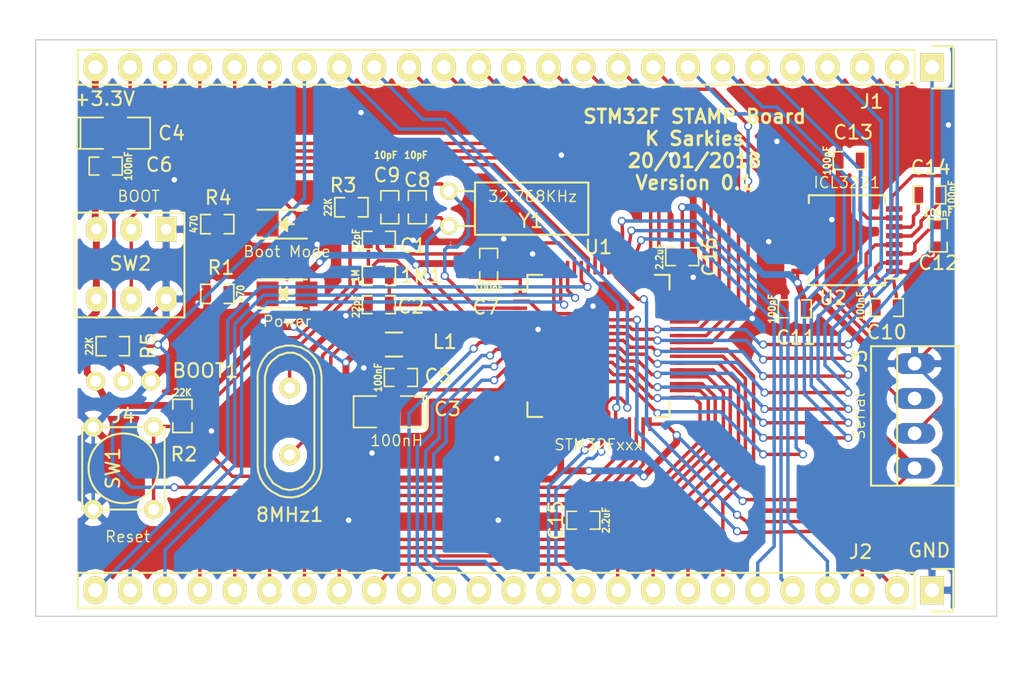
<source format=kicad_pcb>
(kicad_pcb (version 4) (host pcbnew 4.0.7-e2-6376~58~ubuntu14.04.1)
  (layers (0 F.Cu signal) (31 B.Cu signal) (34 B.Paste user hide) (35 F.Paste user hide) (36 B.SilkS user) (37 F.SilkS user) (38 B.Mask user) (39 F.Mask user) (44 Edge.Cuts user))
  (net 0 "")
  (net 1 "Net-(1M1-Pad1)")
  (net 2 "Net-(1M1-Pad2)")
  (net 3 Earth)
  (net 4 "Net-(C3-Pad1)")
  (net 5 3.3V)
  (net 6 "Net-(C8-Pad1)")
  (net 7 "Net-(C9-Pad1)")
  (net 8 "Net-(C10-Pad1)")
  (net 9 "Net-(C10-Pad2)")
  (net 10 "Net-(C12-Pad1)")
  (net 11 "Net-(C13-Pad2)")
  (net 12 "Net-(C14-Pad1)")
  (net 13 "Net-(C14-Pad2)")
  (net 14 "Net-(D1-Pad1)")
  (net 15 "Net-(D2-Pad2)")
  (net 16 "Net-(D2-Pad1)")
  (net 17 PA0)
  (net 18 PA1)
  (net 19 PA2)
  (net 20 PA3)
  (net 21 PA4)
  (net 22 PA5)
  (net 23 PA6)
  (net 24 PA7)
  (net 25 PA8)
  (net 26 PA9)
  (net 27 PA10)
  (net 28 PA11)
  (net 29 PA12)
  (net 30 PA13)
  (net 31 PA14)
  (net 32 PA15)
  (net 33 PB0)
  (net 34 PB1)
  (net 35 PB2)
  (net 36 PB3)
  (net 37 PB4)
  (net 38 PB5)
  (net 39 PB6)
  (net 40 RESET)
  (net 41 PD2)
  (net 42 PC13)
  (net 43 PC12)
  (net 44 PC11)
  (net 45 PC10)
  (net 46 PC9)
  (net 47 PC8)
  (net 48 PC7)
  (net 49 PC6)
  (net 50 PC5)
  (net 51 PC4)
  (net 52 PC3)
  (net 53 PC2)
  (net 54 PC1)
  (net 55 PC0)
  (net 56 PB15)
  (net 57 PB14)
  (net 58 PB13)
  (net 59 PB12)
  (net 60 PB11)
  (net 61 PB10)
  (net 62 PB9)
  (net 63 PB8)
  (net 64 PB7)
  (net 65 "Net-(J3-Pad2)")
  (net 66 Boot0)
  (net 67 "Net-(U2-Pad10)")
  (net 68 "Net-(J3-Pad3)")
  (net 69 "Net-(J4-Pad2)")
  (net 70 "Net-(C15-Pad1)")
  (net 71 "Net-(C16-Pad1)")
  (module stamp-stm32f:SM0603_Resistor (layer F.Cu) (at 137.5 91.4)
    (fp_text reference 1M1 (at 3.1 0 180) (layer F.SilkS))
    (fp_text value 1M (at -1.69926 0 90) (layer F.SilkS) (effects (font (size 0.508 0.4572) (thickness 0.1143))))
    (pad 1 smd rect (at -0.762 0) (size 0.635 1.143) (layers F.Cu F.Paste F.Mask) (net 1 "Net-(1M1-Pad1)"))
    (pad 2 smd rect (at 0.762 0) (size 0.635 1.143) (layers F.Cu F.Paste F.Mask) (net 2 "Net-(1M1-Pad2)"))
  )
  (module stamp-stm32f:Crystal_HC49-U_Vertical (layer F.Cu) (at 131 102 270)
    (fp_text reference 8MHz1 (at 6.8 0 360) (layer F.SilkS))
    (fp_text value 8MHz)
    (pad 1 thru_hole circle (at -2.44094 0 270) (size 1.50114 1.50114) (drill 0.8001) (layers *.Cu *.Mask F.SilkS) (net 1 "Net-(1M1-Pad1)"))
    (pad 2 thru_hole circle (at 2.44094 0 270) (size 1.50114 1.50114) (drill 0.8001) (layers *.Cu *.Mask F.SilkS) (net 2 "Net-(1M1-Pad2)"))
  )
  (module stamp-stm32f:SM0603_Capa (layer F.Cu) (at 137.5 88.8)
    (fp_text reference C1 (at 2.5 0.4 180) (layer F.SilkS))
    (fp_text value 22pF (at -1.651 0 90) (layer F.SilkS) (effects (font (size 0.508 0.4572) (thickness 0.1143))))
    (pad 1 smd rect (at -0.762 0) (size 0.635 1.143) (layers F.Cu F.Paste F.Mask) (net 1 "Net-(1M1-Pad1)"))
    (pad 2 smd rect (at 0.762 0) (size 0.635 1.143) (layers F.Cu F.Paste F.Mask) (net 3 Earth))
  )
  (module stamp-stm32f:SM0603_Capa (layer F.Cu) (at 137.5 93.5 180)
    (fp_text reference C2 (at -2.34 -0.13 360) (layer F.SilkS))
    (fp_text value 22pF (at 1.66 -0.13 270) (layer F.SilkS) (effects (font (size 0.508 0.4572) (thickness 0.1143))))
    (pad 1 smd rect (at -0.762 0 180) (size 0.635 1.143) (layers F.Cu F.Paste F.Mask) (net 2 "Net-(1M1-Pad2)"))
    (pad 2 smd rect (at 0.762 0 180) (size 0.635 1.143) (layers F.Cu F.Paste F.Mask) (net 3 Earth))
  )
  (module stamp-stm32f:SM1206POL (layer F.Cu) (at 138.2 101.3 180)
    (fp_text reference C3 (at -4.3 0.2 360) (layer F.SilkS))
    (fp_text value 10uF hide)
    (pad 1 smd rect (at -1.651 0 180) (size 1.524 2.032) (layers F.Cu F.Paste F.Mask) (net 4 "Net-(C3-Pad1)"))
    (pad 2 smd rect (at 1.651 0 180) (size 1.524 2.032) (layers F.Cu F.Paste F.Mask) (net 3 Earth))
  )
  (module stamp-stm32f:SM1206POL (layer F.Cu) (at 118.3 81)
    (fp_text reference C4 (at 4.1 0 180) (layer F.SilkS))
    (fp_text value 10uF hide)
    (pad 1 smd rect (at -1.651 0) (size 1.524 2.032) (layers F.Cu F.Paste F.Mask) (net 5 3.3V))
    (pad 2 smd rect (at 1.651 0) (size 1.524 2.032) (layers F.Cu F.Paste F.Mask) (net 3 Earth))
  )
  (module stamp-stm32f:SM0603_Capa (layer F.Cu) (at 139.1 98.8)
    (fp_text reference C5 (at 2.7 -0.1 180) (layer F.SilkS))
    (fp_text value 100nF (at -1.651 0 90) (layer F.SilkS) (effects (font (size 0.508 0.4572) (thickness 0.1143))))
    (pad 1 smd rect (at -0.762 0) (size 0.635 1.143) (layers F.Cu F.Paste F.Mask) (net 3 Earth))
    (pad 2 smd rect (at 0.762 0) (size 0.635 1.143) (layers F.Cu F.Paste F.Mask) (net 4 "Net-(C3-Pad1)"))
  )
  (module stamp-stm32f:SM0603_Capa (layer F.Cu) (at 117.6 83.4 180)
    (fp_text reference C6 (at -3.9 0.1 360) (layer F.SilkS))
    (fp_text value 100nF (at -1.651 0 270) (layer F.SilkS) (effects (font (size 0.508 0.4572) (thickness 0.1143))))
    (pad 1 smd rect (at -0.762 0 180) (size 0.635 1.143) (layers F.Cu F.Paste F.Mask) (net 3 Earth))
    (pad 2 smd rect (at 0.762 0 180) (size 0.635 1.143) (layers F.Cu F.Paste F.Mask) (net 5 3.3V))
  )
  (module stamp-stm32f:SM0603_Capa (layer F.Cu) (at 145.5 90.6 90)
    (fp_text reference C7 (at -3.1 -0.2 180) (layer F.SilkS))
    (fp_text value 100nF (at -1.651 0 180) (layer F.SilkS) (effects (font (size 0.508 0.4572) (thickness 0.1143))))
    (pad 1 smd rect (at -0.762 0 90) (size 0.635 1.143) (layers F.Cu F.Paste F.Mask) (net 5 3.3V))
    (pad 2 smd rect (at 0.762 0 90) (size 0.635 1.143) (layers F.Cu F.Paste F.Mask) (net 3 Earth))
  )
  (module stamp-stm32f:SM0603_Capa (layer F.Cu) (at 140.3 86.4 90)
    (fp_text reference C8 (at 2 0 180) (layer F.SilkS))
    (fp_text value 10pF (at 3.8 -0.1 180) (layer F.SilkS) (effects (font (size 0.508 0.4572) (thickness 0.1143))))
    (pad 1 smd rect (at -0.762 0 90) (size 0.635 1.143) (layers F.Cu F.Paste F.Mask) (net 6 "Net-(C8-Pad1)"))
    (pad 2 smd rect (at 0.762 0 90) (size 0.635 1.143) (layers F.Cu F.Paste F.Mask) (net 3 Earth))
  )
  (module stamp-stm32f:SM0603_Capa (layer F.Cu) (at 138.3 86.4 270)
    (fp_text reference C9 (at -2.34 0.21 360) (layer F.SilkS))
    (fp_text value 10pF (at -3.8 0.3 360) (layer F.SilkS) (effects (font (size 0.508 0.4572) (thickness 0.1143))))
    (pad 1 smd rect (at -0.762 0 270) (size 0.635 1.143) (layers F.Cu F.Paste F.Mask) (net 7 "Net-(C9-Pad1)"))
    (pad 2 smd rect (at 0.762 0 270) (size 0.635 1.143) (layers F.Cu F.Paste F.Mask) (net 3 Earth))
  )
  (module stamp-stm32f:SM0603_Capa (layer F.Cu) (at 174.5 93.7 180)
    (fp_text reference C10 (at 0 -1.8 360) (layer F.SilkS))
    (fp_text value 100nF (at 1.91 0.09 270) (layer F.SilkS) (effects (font (size 0.508 0.4572) (thickness 0.1143))))
    (pad 1 smd rect (at -0.762 0 180) (size 0.635 1.143) (layers F.Cu F.Paste F.Mask) (net 8 "Net-(C10-Pad1)"))
    (pad 2 smd rect (at 0.762 0 180) (size 0.635 1.143) (layers F.Cu F.Paste F.Mask) (net 9 "Net-(C10-Pad2)"))
  )
  (module stamp-stm32f:SM0603_Capa (layer F.Cu) (at 167.8 93.8)
    (fp_text reference C11 (at 0.1 2.1 180) (layer F.SilkS))
    (fp_text value 100nF (at -1.651 0 90) (layer F.SilkS) (effects (font (size 0.508 0.4572) (thickness 0.1143))))
    (pad 1 smd rect (at -0.762 0) (size 0.635 1.143) (layers F.Cu F.Paste F.Mask) (net 3 Earth))
    (pad 2 smd rect (at 0.762 0) (size 0.635 1.143) (layers F.Cu F.Paste F.Mask) (net 5 3.3V))
  )
  (module stamp-stm32f:SM0603_Capa (layer F.Cu) (at 178.25 88.45 270)
    (fp_text reference C12 (at 2 0 360) (layer F.SilkS))
    (fp_text value 100nF (at -1.651 0 360) (layer F.SilkS) (effects (font (size 0.508 0.4572) (thickness 0.1143))))
    (pad 1 smd rect (at -0.762 0 270) (size 0.635 1.143) (layers F.Cu F.Paste F.Mask) (net 10 "Net-(C12-Pad1)"))
    (pad 2 smd rect (at 0.762 0 270) (size 0.635 1.143) (layers F.Cu F.Paste F.Mask) (net 3 Earth))
  )
  (module stamp-stm32f:SM0603_Capa (layer F.Cu) (at 171.8 83)
    (fp_text reference C13 (at 0.26 -2.06 180) (layer F.SilkS))
    (fp_text value 100nF (at -1.651 0 90) (layer F.SilkS) (effects (font (size 0.508 0.4572) (thickness 0.1143))))
    (pad 1 smd rect (at -0.762 0) (size 0.635 1.143) (layers F.Cu F.Paste F.Mask) (net 3 Earth))
    (pad 2 smd rect (at 0.762 0) (size 0.635 1.143) (layers F.Cu F.Paste F.Mask) (net 11 "Net-(C13-Pad2)"))
  )
  (module stamp-stm32f:SM0603_Capa (layer F.Cu) (at 177.6 85.5 180)
    (fp_text reference C14 (at -0.1 2 360) (layer F.SilkS))
    (fp_text value 100nF (at -1.651 0 270) (layer F.SilkS) (effects (font (size 0.508 0.4572) (thickness 0.1143))))
    (pad 1 smd rect (at -0.762 0 180) (size 0.635 1.143) (layers F.Cu F.Paste F.Mask) (net 12 "Net-(C14-Pad1)"))
    (pad 2 smd rect (at 0.762 0 180) (size 0.635 1.143) (layers F.Cu F.Paste F.Mask) (net 13 "Net-(C14-Pad2)"))
  )
  (module stamp-stm32f:LED_1206 (layer F.Cu) (at 130.81 92.71)
    (fp_text reference D1)
    (fp_text value Power (at 0 2) (layer F.SilkS) (effects (font (size 0.8 0.8) (thickness 0.1))))
    (pad 2 smd rect (at 1.41986 0 180) (size 1.59766 1.80086) (layers F.Cu F.Paste F.Mask) (net 5 3.3V))
    (pad 1 smd rect (at -1.41986 0 180) (size 1.59766 1.80086) (layers F.Cu F.Paste F.Mask) (net 14 "Net-(D1-Pad1)"))
  )
  (module stamp-stm32f:LED_1206 (layer F.Cu) (at 130.81 87.63)
    (fp_text reference D2)
    (fp_text value "Boot Mode" (at 0 2) (layer F.SilkS) (effects (font (size 0.8 0.8) (thickness 0.1))))
    (pad 2 smd rect (at 1.41986 0 180) (size 1.59766 1.80086) (layers F.Cu F.Paste F.Mask) (net 15 "Net-(D2-Pad2)"))
    (pad 1 smd rect (at -1.41986 0 180) (size 1.59766 1.80086) (layers F.Cu F.Paste F.Mask) (net 16 "Net-(D2-Pad1)"))
  )
  (module stamp-stm32f:Pin_Header_Straight_1x25 (layer F.Cu) (at 177.8 76.2 270)
    (fp_text reference J1 (at 2.5 4.4 360) (layer F.SilkS))
    (fp_text value +3.3V (at 2.3 60.3 360) (layer F.SilkS))
    (pad 1 thru_hole rect (at 0 0 270) (size 2.032 1.7272) (drill 1.016) (layers *.Cu *.Mask F.SilkS) (net 17 PA0))
    (pad 2 thru_hole oval (at 0 2.54 270) (size 2.032 1.7272) (drill 1.016) (layers *.Cu *.Mask F.SilkS) (net 18 PA1))
    (pad 3 thru_hole oval (at 0 5.08 270) (size 2.032 1.7272) (drill 1.016) (layers *.Cu *.Mask F.SilkS) (net 19 PA2))
    (pad 4 thru_hole oval (at 0 7.62 270) (size 2.032 1.7272) (drill 1.016) (layers *.Cu *.Mask F.SilkS) (net 20 PA3))
    (pad 5 thru_hole oval (at 0 10.16 270) (size 2.032 1.7272) (drill 1.016) (layers *.Cu *.Mask F.SilkS) (net 21 PA4))
    (pad 6 thru_hole oval (at 0 12.7 270) (size 2.032 1.7272) (drill 1.016) (layers *.Cu *.Mask F.SilkS) (net 22 PA5))
    (pad 7 thru_hole oval (at 0 15.24 270) (size 2.032 1.7272) (drill 1.016) (layers *.Cu *.Mask F.SilkS) (net 23 PA6))
    (pad 8 thru_hole oval (at 0 17.78 270) (size 2.032 1.7272) (drill 1.016) (layers *.Cu *.Mask F.SilkS) (net 24 PA7))
    (pad 9 thru_hole oval (at 0 20.32 270) (size 2.032 1.7272) (drill 1.016) (layers *.Cu *.Mask F.SilkS) (net 25 PA8))
    (pad 10 thru_hole oval (at 0 22.86 270) (size 2.032 1.7272) (drill 1.016) (layers *.Cu *.Mask F.SilkS) (net 26 PA9))
    (pad 11 thru_hole oval (at 0 25.4 270) (size 2.032 1.7272) (drill 1.016) (layers *.Cu *.Mask F.SilkS) (net 27 PA10))
    (pad 12 thru_hole oval (at 0 27.94 270) (size 2.032 1.7272) (drill 1.016) (layers *.Cu *.Mask F.SilkS) (net 28 PA11))
    (pad 13 thru_hole oval (at 0 30.48 270) (size 2.032 1.7272) (drill 1.016) (layers *.Cu *.Mask F.SilkS) (net 29 PA12))
    (pad 14 thru_hole oval (at 0 33.02 270) (size 2.032 1.7272) (drill 1.016) (layers *.Cu *.Mask F.SilkS) (net 30 PA13))
    (pad 15 thru_hole oval (at 0 35.56 270) (size 2.032 1.7272) (drill 1.016) (layers *.Cu *.Mask F.SilkS) (net 31 PA14))
    (pad 16 thru_hole oval (at 0 38.1 270) (size 2.032 1.7272) (drill 1.016) (layers *.Cu *.Mask F.SilkS) (net 32 PA15))
    (pad 17 thru_hole oval (at 0 40.64 270) (size 2.032 1.7272) (drill 1.016) (layers *.Cu *.Mask F.SilkS) (net 33 PB0))
    (pad 18 thru_hole oval (at 0 43.18 270) (size 2.032 1.7272) (drill 1.016) (layers *.Cu *.Mask F.SilkS) (net 34 PB1))
    (pad 19 thru_hole oval (at 0 45.72 270) (size 2.032 1.7272) (drill 1.016) (layers *.Cu *.Mask F.SilkS) (net 35 PB2))
    (pad 20 thru_hole oval (at 0 48.26 270) (size 2.032 1.7272) (drill 1.016) (layers *.Cu *.Mask F.SilkS) (net 36 PB3))
    (pad 21 thru_hole oval (at 0 50.8 270) (size 2.032 1.7272) (drill 1.016) (layers *.Cu *.Mask F.SilkS) (net 37 PB4))
    (pad 22 thru_hole oval (at 0 53.34 270) (size 2.032 1.7272) (drill 1.016) (layers *.Cu *.Mask F.SilkS) (net 38 PB5))
    (pad 23 thru_hole oval (at 0 55.88 270) (size 2.032 1.7272) (drill 1.016) (layers *.Cu *.Mask F.SilkS) (net 39 PB6))
    (pad 24 thru_hole oval (at 0 58.42 270) (size 2.032 1.7272) (drill 1.016) (layers *.Cu *.Mask F.SilkS) (net 40 RESET))
    (pad 25 thru_hole oval (at 0 60.96 270) (size 2.032 1.7272) (drill 1.016) (layers *.Cu *.Mask F.SilkS) (net 5 3.3V))
  )
  (module stamp-stm32f:Pin_Header_Straight_1x25 (layer F.Cu) (at 177.8 114.3 270)
    (fp_text reference J2 (at -2.8 5.2 360) (layer F.SilkS))
    (fp_text value GND (at -2.9 0.2 360) (layer F.SilkS))
    (pad 1 thru_hole rect (at 0 0 270) (size 2.032 1.7272) (drill 1.016) (layers *.Cu *.Mask F.SilkS) (net 3 Earth))
    (pad 2 thru_hole oval (at 0 2.54 270) (size 2.032 1.7272) (drill 1.016) (layers *.Cu *.Mask F.SilkS) (net 41 PD2))
    (pad 3 thru_hole oval (at 0 5.08 270) (size 2.032 1.7272) (drill 1.016) (layers *.Cu *.Mask F.SilkS) (net 42 PC13))
    (pad 4 thru_hole oval (at 0 7.62 270) (size 2.032 1.7272) (drill 1.016) (layers *.Cu *.Mask F.SilkS) (net 43 PC12))
    (pad 5 thru_hole oval (at 0 10.16 270) (size 2.032 1.7272) (drill 1.016) (layers *.Cu *.Mask F.SilkS) (net 44 PC11))
    (pad 6 thru_hole oval (at 0 12.7 270) (size 2.032 1.7272) (drill 1.016) (layers *.Cu *.Mask F.SilkS) (net 45 PC10))
    (pad 7 thru_hole oval (at 0 15.24 270) (size 2.032 1.7272) (drill 1.016) (layers *.Cu *.Mask F.SilkS) (net 46 PC9))
    (pad 8 thru_hole oval (at 0 17.78 270) (size 2.032 1.7272) (drill 1.016) (layers *.Cu *.Mask F.SilkS) (net 47 PC8))
    (pad 9 thru_hole oval (at 0 20.32 270) (size 2.032 1.7272) (drill 1.016) (layers *.Cu *.Mask F.SilkS) (net 48 PC7))
    (pad 10 thru_hole oval (at 0 22.86 270) (size 2.032 1.7272) (drill 1.016) (layers *.Cu *.Mask F.SilkS) (net 49 PC6))
    (pad 11 thru_hole oval (at 0 25.4 270) (size 2.032 1.7272) (drill 1.016) (layers *.Cu *.Mask F.SilkS) (net 50 PC5))
    (pad 12 thru_hole oval (at 0 27.94 270) (size 2.032 1.7272) (drill 1.016) (layers *.Cu *.Mask F.SilkS) (net 51 PC4))
    (pad 13 thru_hole oval (at 0 30.48 270) (size 2.032 1.7272) (drill 1.016) (layers *.Cu *.Mask F.SilkS) (net 52 PC3))
    (pad 14 thru_hole oval (at 0 33.02 270) (size 2.032 1.7272) (drill 1.016) (layers *.Cu *.Mask F.SilkS) (net 53 PC2))
    (pad 15 thru_hole oval (at 0 35.56 270) (size 2.032 1.7272) (drill 1.016) (layers *.Cu *.Mask F.SilkS) (net 54 PC1))
    (pad 16 thru_hole oval (at 0 38.1 270) (size 2.032 1.7272) (drill 1.016) (layers *.Cu *.Mask F.SilkS) (net 55 PC0))
    (pad 17 thru_hole oval (at 0 40.64 270) (size 2.032 1.7272) (drill 1.016) (layers *.Cu *.Mask F.SilkS) (net 56 PB15))
    (pad 18 thru_hole oval (at 0 43.18 270) (size 2.032 1.7272) (drill 1.016) (layers *.Cu *.Mask F.SilkS) (net 57 PB14))
    (pad 19 thru_hole oval (at 0 45.72 270) (size 2.032 1.7272) (drill 1.016) (layers *.Cu *.Mask F.SilkS) (net 58 PB13))
    (pad 20 thru_hole oval (at 0 48.26 270) (size 2.032 1.7272) (drill 1.016) (layers *.Cu *.Mask F.SilkS) (net 59 PB12))
    (pad 21 thru_hole oval (at 0 50.8 270) (size 2.032 1.7272) (drill 1.016) (layers *.Cu *.Mask F.SilkS) (net 60 PB11))
    (pad 22 thru_hole oval (at 0 53.34 270) (size 2.032 1.7272) (drill 1.016) (layers *.Cu *.Mask F.SilkS) (net 61 PB10))
    (pad 23 thru_hole oval (at 0 55.88 270) (size 2.032 1.7272) (drill 1.016) (layers *.Cu *.Mask F.SilkS) (net 62 PB9))
    (pad 24 thru_hole oval (at 0 58.42 270) (size 2.032 1.7272) (drill 1.016) (layers *.Cu *.Mask F.SilkS) (net 63 PB8))
    (pad 25 thru_hole oval (at 0 60.96 270) (size 2.032 1.7272) (drill 1.016) (layers *.Cu *.Mask F.SilkS) (net 64 PB7))
  )
  (module stamp-stm32f:R_0805 (layer F.Cu) (at 138.6 96.4)
    (fp_text reference L1 (at 3.7 -0.2) (layer F.SilkS))
    (fp_text value 100nH (at 0.2 7) (layer F.SilkS) (effects (font (size 0.8 0.8) (thickness 0.1))))
    (pad 1 smd rect (at -1.35 0) (size 1.5 1.3) (layers F.Cu F.Paste F.Mask) (net 5 3.3V))
    (pad 2 smd rect (at 1.35 0) (size 1.5 1.3) (layers F.Cu F.Paste F.Mask) (net 4 "Net-(C3-Pad1)"))
  )
  (module stamp-stm32f:SM0603_Resistor (layer F.Cu) (at 125.73 92.71 180)
    (fp_text reference R1 (at -0.27 1.91 360) (layer F.SilkS))
    (fp_text value 470 (at -1.69926 0 270) (layer F.SilkS) (effects (font (size 0.508 0.4572) (thickness 0.1143))))
    (pad 1 smd rect (at -0.762 0 180) (size 0.635 1.143) (layers F.Cu F.Paste F.Mask) (net 14 "Net-(D1-Pad1)"))
    (pad 2 smd rect (at 0.762 0 180) (size 0.635 1.143) (layers F.Cu F.Paste F.Mask) (net 3 Earth))
  )
  (module stamp-stm32f:SM0603_Resistor (layer F.Cu) (at 123.19 101.6 270)
    (fp_text reference R2 (at 2.8 -0.11 360) (layer F.SilkS))
    (fp_text value 22K (at -1.69926 0 360) (layer F.SilkS) (effects (font (size 0.508 0.4572) (thickness 0.1143))))
    (pad 1 smd rect (at -0.762 0 270) (size 0.635 1.143) (layers F.Cu F.Paste F.Mask) (net 5 3.3V))
    (pad 2 smd rect (at 0.762 0 270) (size 0.635 1.143) (layers F.Cu F.Paste F.Mask) (net 40 RESET))
  )
  (module stamp-stm32f:SM0603_Resistor (layer F.Cu) (at 135.5 86.4)
    (fp_text reference R3 (at -0.6 -1.6 180) (layer F.SilkS))
    (fp_text value 22K (at -1.69926 0 90) (layer F.SilkS) (effects (font (size 0.508 0.4572) (thickness 0.1143))))
    (pad 1 smd rect (at -0.762 0) (size 0.635 1.143) (layers F.Cu F.Paste F.Mask) (net 15 "Net-(D2-Pad2)"))
    (pad 2 smd rect (at 0.762 0) (size 0.635 1.143) (layers F.Cu F.Paste F.Mask) (net 66 Boot0))
  )
  (module stamp-stm32f:SM0603_Resistor (layer F.Cu) (at 125.73 87.63)
    (fp_text reference R4 (at 0.07 -1.93 180) (layer F.SilkS))
    (fp_text value 470 (at -1.69926 0 90) (layer F.SilkS) (effects (font (size 0.508 0.4572) (thickness 0.1143))))
    (pad 1 smd rect (at -0.762 0) (size 0.635 1.143) (layers F.Cu F.Paste F.Mask) (net 3 Earth))
    (pad 2 smd rect (at 0.762 0) (size 0.635 1.143) (layers F.Cu F.Paste F.Mask) (net 16 "Net-(D2-Pad1)"))
  )
  (module stamp-stm32f:SW_PUSH_TINY (layer F.Cu) (at 118.89 105.42 90)
    (fp_text reference SW1 (at 0 -0.762 90) (layer F.SilkS))
    (fp_text value Reset (at -4.98 0.31 180) (layer F.SilkS) (effects (font (size 0.8 0.8) (thickness 0.1))))
    (pad 1 thru_hole circle (at 3 -2.2 90) (size 1.397 1.397) (drill 0.8) (layers *.Cu *.Mask F.SilkS) (net 3 Earth))
    (pad 2 thru_hole circle (at 3 2.2 90) (size 1.397 1.397) (drill 0.8) (layers *.Cu *.Mask F.SilkS) (net 40 RESET))
    (pad 1 thru_hole circle (at -3 -2.2 90) (size 1.397 1.397) (drill 0.8) (layers *.Cu *.Mask F.SilkS) (net 3 Earth))
    (pad 2 thru_hole circle (at -3 2.2 90) (size 1.397 1.397) (drill 0.8) (layers *.Cu *.Mask F.SilkS) (net 40 RESET))
  )
  (module stamp-stm32f:LQFP-64_10x10mm_Pitch0.5mm (layer F.Cu) (at 153.5 96.5)
    (fp_text reference U1 (at 0 -7.2) (layer F.SilkS))
    (fp_text value STM32Fxxx (at 0 7.2) (layer F.SilkS) (effects (font (size 0.8 0.8) (thickness 0.1))))
    (pad 1 smd rect (at -5.7 -3.75) (size 1 0.25) (layers F.Cu F.Paste F.Mask) (net 5 3.3V))
    (pad 2 smd rect (at -5.7 -3.25) (size 1 0.25) (layers F.Cu F.Paste F.Mask) (net 42 PC13))
    (pad 3 smd rect (at -5.7 -2.75) (size 1 0.25) (layers F.Cu F.Paste F.Mask) (net 7 "Net-(C9-Pad1)"))
    (pad 4 smd rect (at -5.7 -2.25) (size 1 0.25) (layers F.Cu F.Paste F.Mask) (net 6 "Net-(C8-Pad1)"))
    (pad 5 smd rect (at -5.7 -1.75) (size 1 0.25) (layers F.Cu F.Paste F.Mask) (net 1 "Net-(1M1-Pad1)"))
    (pad 6 smd rect (at -5.7 -1.25) (size 1 0.25) (layers F.Cu F.Paste F.Mask) (net 2 "Net-(1M1-Pad2)"))
    (pad 7 smd rect (at -5.7 -0.75) (size 1 0.25) (layers F.Cu F.Paste F.Mask) (net 40 RESET))
    (pad 8 smd rect (at -5.7 -0.25) (size 1 0.25) (layers F.Cu F.Paste F.Mask) (net 55 PC0))
    (pad 9 smd rect (at -5.7 0.25) (size 1 0.25) (layers F.Cu F.Paste F.Mask) (net 54 PC1))
    (pad 10 smd rect (at -5.7 0.75) (size 1 0.25) (layers F.Cu F.Paste F.Mask) (net 53 PC2))
    (pad 11 smd rect (at -5.7 1.25) (size 1 0.25) (layers F.Cu F.Paste F.Mask) (net 52 PC3))
    (pad 12 smd rect (at -5.7 1.75) (size 1 0.25) (layers F.Cu F.Paste F.Mask) (net 3 Earth))
    (pad 13 smd rect (at -5.7 2.25) (size 1 0.25) (layers F.Cu F.Paste F.Mask) (net 4 "Net-(C3-Pad1)"))
    (pad 14 smd rect (at -5.7 2.75) (size 1 0.25) (layers F.Cu F.Paste F.Mask) (net 17 PA0))
    (pad 15 smd rect (at -5.7 3.25) (size 1 0.25) (layers F.Cu F.Paste F.Mask) (net 18 PA1))
    (pad 16 smd rect (at -5.7 3.75) (size 1 0.25) (layers F.Cu F.Paste F.Mask) (net 19 PA2))
    (pad 17 smd rect (at -3.75 5.7 90) (size 1 0.25) (layers F.Cu F.Paste F.Mask) (net 20 PA3))
    (pad 18 smd rect (at -3.25 5.7 90) (size 1 0.25) (layers F.Cu F.Paste F.Mask) (net 3 Earth))
    (pad 19 smd rect (at -2.75 5.7 90) (size 1 0.25) (layers F.Cu F.Paste F.Mask) (net 5 3.3V))
    (pad 20 smd rect (at -2.25 5.7 90) (size 1 0.25) (layers F.Cu F.Paste F.Mask) (net 21 PA4))
    (pad 21 smd rect (at -1.75 5.7 90) (size 1 0.25) (layers F.Cu F.Paste F.Mask) (net 22 PA5))
    (pad 22 smd rect (at -1.25 5.7 90) (size 1 0.25) (layers F.Cu F.Paste F.Mask) (net 23 PA6))
    (pad 23 smd rect (at -0.75 5.7 90) (size 1 0.25) (layers F.Cu F.Paste F.Mask) (net 24 PA7))
    (pad 24 smd rect (at -0.25 5.7 90) (size 1 0.25) (layers F.Cu F.Paste F.Mask) (net 51 PC4))
    (pad 25 smd rect (at 0.25 5.7 90) (size 1 0.25) (layers F.Cu F.Paste F.Mask) (net 50 PC5))
    (pad 26 smd rect (at 0.75 5.7 90) (size 1 0.25) (layers F.Cu F.Paste F.Mask) (net 33 PB0))
    (pad 27 smd rect (at 1.25 5.7 90) (size 1 0.25) (layers F.Cu F.Paste F.Mask) (net 34 PB1))
    (pad 28 smd rect (at 1.75 5.7 90) (size 1 0.25) (layers F.Cu F.Paste F.Mask) (net 35 PB2))
    (pad 29 smd rect (at 2.25 5.7 90) (size 1 0.25) (layers F.Cu F.Paste F.Mask) (net 61 PB10))
    (pad 30 smd rect (at 2.75 5.7 90) (size 1 0.25) (layers F.Cu F.Paste F.Mask) (net 60 PB11))
    (pad 31 smd rect (at 3.25 5.7 90) (size 1 0.25) (layers F.Cu F.Paste F.Mask) (net 70 "Net-(C15-Pad1)"))
    (pad 32 smd rect (at 3.75 5.7 90) (size 1 0.25) (layers F.Cu F.Paste F.Mask) (net 5 3.3V))
    (pad 33 smd rect (at 5.7 3.75) (size 1 0.25) (layers F.Cu F.Paste F.Mask) (net 59 PB12))
    (pad 34 smd rect (at 5.7 3.25) (size 1 0.25) (layers F.Cu F.Paste F.Mask) (net 58 PB13))
    (pad 35 smd rect (at 5.7 2.75) (size 1 0.25) (layers F.Cu F.Paste F.Mask) (net 57 PB14))
    (pad 36 smd rect (at 5.7 2.25) (size 1 0.25) (layers F.Cu F.Paste F.Mask) (net 56 PB15))
    (pad 37 smd rect (at 5.7 1.75) (size 1 0.25) (layers F.Cu F.Paste F.Mask) (net 49 PC6))
    (pad 38 smd rect (at 5.7 1.25) (size 1 0.25) (layers F.Cu F.Paste F.Mask) (net 48 PC7))
    (pad 39 smd rect (at 5.7 0.75) (size 1 0.25) (layers F.Cu F.Paste F.Mask) (net 47 PC8))
    (pad 40 smd rect (at 5.7 0.25) (size 1 0.25) (layers F.Cu F.Paste F.Mask) (net 46 PC9))
    (pad 41 smd rect (at 5.7 -0.25) (size 1 0.25) (layers F.Cu F.Paste F.Mask) (net 25 PA8))
    (pad 42 smd rect (at 5.7 -0.75) (size 1 0.25) (layers F.Cu F.Paste F.Mask) (net 26 PA9))
    (pad 43 smd rect (at 5.7 -1.25) (size 1 0.25) (layers F.Cu F.Paste F.Mask) (net 27 PA10))
    (pad 44 smd rect (at 5.7 -1.75) (size 1 0.25) (layers F.Cu F.Paste F.Mask) (net 28 PA11))
    (pad 45 smd rect (at 5.7 -2.25) (size 1 0.25) (layers F.Cu F.Paste F.Mask) (net 29 PA12))
    (pad 46 smd rect (at 5.7 -2.75) (size 1 0.25) (layers F.Cu F.Paste F.Mask) (net 30 PA13))
    (pad 47 smd rect (at 5.7 -3.25) (size 1 0.25) (layers F.Cu F.Paste F.Mask) (net 71 "Net-(C16-Pad1)"))
    (pad 48 smd rect (at 5.7 -3.75) (size 1 0.25) (layers F.Cu F.Paste F.Mask) (net 5 3.3V))
    (pad 49 smd rect (at 3.75 -5.7 90) (size 1 0.25) (layers F.Cu F.Paste F.Mask) (net 31 PA14))
    (pad 50 smd rect (at 3.25 -5.7 90) (size 1 0.25) (layers F.Cu F.Paste F.Mask) (net 32 PA15))
    (pad 51 smd rect (at 2.75 -5.7 90) (size 1 0.25) (layers F.Cu F.Paste F.Mask) (net 45 PC10))
    (pad 52 smd rect (at 2.25 -5.7 90) (size 1 0.25) (layers F.Cu F.Paste F.Mask) (net 44 PC11))
    (pad 53 smd rect (at 1.75 -5.7 90) (size 1 0.25) (layers F.Cu F.Paste F.Mask) (net 43 PC12))
    (pad 54 smd rect (at 1.25 -5.7 90) (size 1 0.25) (layers F.Cu F.Paste F.Mask) (net 41 PD2))
    (pad 55 smd rect (at 0.75 -5.7 90) (size 1 0.25) (layers F.Cu F.Paste F.Mask) (net 36 PB3))
    (pad 56 smd rect (at 0.25 -5.7 90) (size 1 0.25) (layers F.Cu F.Paste F.Mask) (net 37 PB4))
    (pad 57 smd rect (at -0.25 -5.7 90) (size 1 0.25) (layers F.Cu F.Paste F.Mask) (net 38 PB5))
    (pad 58 smd rect (at -0.75 -5.7 90) (size 1 0.25) (layers F.Cu F.Paste F.Mask) (net 39 PB6))
    (pad 59 smd rect (at -1.25 -5.7 90) (size 1 0.25) (layers F.Cu F.Paste F.Mask) (net 64 PB7))
    (pad 60 smd rect (at -1.75 -5.7 90) (size 1 0.25) (layers F.Cu F.Paste F.Mask) (net 66 Boot0))
    (pad 61 smd rect (at -2.25 -5.7 90) (size 1 0.25) (layers F.Cu F.Paste F.Mask) (net 63 PB8))
    (pad 62 smd rect (at -2.75 -5.7 90) (size 1 0.25) (layers F.Cu F.Paste F.Mask) (net 62 PB9))
    (pad 63 smd rect (at -3.25 -5.7 90) (size 1 0.25) (layers F.Cu F.Paste F.Mask) (net 3 Earth))
    (pad 64 smd rect (at -3.75 -5.7 90) (size 1 0.25) (layers F.Cu F.Paste F.Mask) (net 5 3.3V))
  )
  (module stamp-stm32f:Crystal_Watch (layer F.Cu) (at 142.6 86.5 90)
    (fp_text reference Y1 (at -0.889 5.969 180) (layer F.SilkS))
    (fp_text value 32.768KHz (at 0.889 6.096 180) (layer F.SilkS) (effects (font (size 0.8 0.8) (thickness 0.1))))
    (pad 1 thru_hole circle (at -1.27 0 90) (size 1.27 1.27) (drill 0.8128) (layers *.Cu *.Mask F.SilkS) (net 6 "Net-(C8-Pad1)"))
    (pad 2 thru_hole circle (at 1.27 0 90) (size 1.27 1.27) (drill 0.8128) (layers *.Cu *.Mask F.SilkS) (net 7 "Net-(C9-Pad1)"))
  )
  (module stamp-stm32f:PINHEAD1-4 (layer F.Cu) (at 176.53 101.6 90)
    (fp_text reference J3 (at 4 -4 90) (layer F.SilkS))
    (fp_text value Serial (at 0 -4.03 90) (layer F.SilkS) (effects (font (size 0.8 0.8) (thickness 0.1))))
    (pad 4 thru_hole oval (at 3.81 0 90) (size 1.50622 3.01498) (drill 1) (layers *.Cu *.Mask) (net 3 Earth))
    (pad 1 thru_hole oval (at -3.81 0 90) (size 1.50622 3.01498) (drill 1) (layers *.Cu *.Mask) (net 5 3.3V))
    (pad 2 thru_hole oval (at -1.27 0 90) (size 1.50622 3.01498) (drill 1) (layers *.Cu *.Mask) (net 65 "Net-(J3-Pad2)"))
    (pad 3 thru_hole oval (at 1.27 0 90) (size 1.50622 3.01498) (drill 1) (layers *.Cu *.Mask) (net 68 "Net-(J3-Pad3)"))
  )
  (module stamp-stm32f:pin_header_2mm_1x3 (layer F.Cu) (at 118.87 99.06)
    (fp_text reference J4 (at 0 2.54) (layer F.SilkS))
    (fp_text value BOOT1 (at 5.99 -0.76) (layer F.SilkS))
    (pad 3 thru_hole circle (at 2 0) (size 1.4 1.4) (drill 0.8) (layers *.Cu *.Mask F.SilkS) (net 3 Earth))
    (pad 2 thru_hole circle (at 0 0) (size 1.4 1.4) (drill 0.8) (layers *.Cu *.Mask F.SilkS) (net 69 "Net-(J4-Pad2)"))
    (pad 1 thru_hole circle (at -2 0) (size 1.4 1.4) (drill 0.8) (layers *.Cu *.Mask F.SilkS) (net 5 3.3V))
  )
  (module stamp-stm32f:SM0603_Resistor (layer F.Cu) (at 118.11 96.52)
    (fp_text reference R5 (at 2.59 -0.02 90) (layer F.SilkS))
    (fp_text value 22K (at -1.69926 0 90) (layer F.SilkS) (effects (font (size 0.508 0.4572) (thickness 0.1143))))
    (pad 1 smd rect (at -0.762 0) (size 0.635 1.143) (layers F.Cu F.Paste F.Mask) (net 69 "Net-(J4-Pad2)"))
    (pad 2 smd rect (at 0.762 0) (size 0.635 1.143) (layers F.Cu F.Paste F.Mask) (net 35 PB2))
  )
  (module stamp-stm32f:SW_PB_DPDT (layer F.Cu) (at 122 88 180)
    (fp_text reference SW2 (at 2.6 -2.5 180) (layer F.SilkS))
    (fp_text value BOOT (at 2 2.4 180) (layer F.SilkS) (effects (font (size 0.8 0.8) (thickness 0.1))))
    (pad 1 thru_hole rect (at 0 0 180) (size 1.524 1.824) (drill 0.762) (layers *.Cu *.Mask F.SilkS) (net 3 Earth))
    (pad 4 thru_hole oval (at 0 -5.08 180) (size 1.524 1.824) (drill 0.762) (layers *.Cu *.Mask F.SilkS) (net 3 Earth))
    (pad 2 thru_hole oval (at 2.54 0 180) (size 1.524 1.824) (drill 0.762) (layers *.Cu *.Mask F.SilkS) (net 15 "Net-(D2-Pad2)"))
    (pad 5 thru_hole oval (at 2.54 -5.08 180) (size 1.524 1.824) (drill 0.762) (layers *.Cu *.Mask F.SilkS) (net 15 "Net-(D2-Pad2)"))
    (pad 3 thru_hole oval (at 5.08 0 180) (size 1.524 1.824) (drill 0.762) (layers *.Cu *.Mask F.SilkS) (net 5 3.3V))
    (pad 6 thru_hole oval (at 5.08 -5.08 180) (size 1.524 1.824) (drill 0.762) (layers *.Cu *.Mask F.SilkS) (net 5 3.3V))
  )
  (module stamp-stm32f:SM0603_Capa (layer F.Cu) (at 152.4 109.2 180)
    (fp_text reference C15 (at 2 0 270) (layer F.SilkS))
    (fp_text value 2.2uF (at -1.651 0 270) (layer F.SilkS) (effects (font (size 0.508 0.4572) (thickness 0.1143))))
    (pad 1 smd rect (at -0.762 0 180) (size 0.635 1.143) (layers F.Cu F.Paste F.Mask) (net 70 "Net-(C15-Pad1)"))
    (pad 2 smd rect (at 0.762 0 180) (size 0.635 1.143) (layers F.Cu F.Paste F.Mask) (net 3 Earth))
  )
  (module stamp-stm32f:SM0603_Capa (layer F.Cu) (at 159.6 90)
    (fp_text reference C16 (at 2 0 90) (layer F.SilkS))
    (fp_text value 2.2uF (at -1.651 0 90) (layer F.SilkS) (effects (font (size 0.508 0.4572) (thickness 0.1143))))
    (pad 1 smd rect (at -0.762 0) (size 0.635 1.143) (layers F.Cu F.Paste F.Mask) (net 71 "Net-(C16-Pad1)"))
    (pad 2 smd rect (at 0.762 0) (size 0.635 1.143) (layers F.Cu F.Paste F.Mask) (net 3 Earth))
  )
  (module stamp-stm32f:SSOP-16 (layer F.Cu) (at 171.6 88.8 180)
    (fp_text reference U2 (at 1 -4.2 180) (layer F.SilkS))
    (fp_text value ICL3221 (at 0 4.2 180) (layer F.SilkS) (effects (font (size 0.8 0.8) (thickness 0.1))))
    (pad 1 smd rect (at -3.45 -2.275 180) (size 1.2 0.4) (layers F.Cu F.Paste F.Mask) (net 3 Earth))
    (pad 2 smd rect (at -3.45 -1.625 180) (size 1.2 0.4) (layers F.Cu F.Paste F.Mask) (net 8 "Net-(C10-Pad1)"))
    (pad 3 smd rect (at -3.45 -0.975 180) (size 1.2 0.4) (layers F.Cu F.Paste F.Mask) (net 10 "Net-(C12-Pad1)"))
    (pad 4 smd rect (at -3.45 -0.325 180) (size 1.2 0.4) (layers F.Cu F.Paste F.Mask) (net 9 "Net-(C10-Pad2)"))
    (pad 5 smd rect (at -3.45 0.325 180) (size 1.2 0.4) (layers F.Cu F.Paste F.Mask) (net 12 "Net-(C14-Pad1)"))
    (pad 6 smd rect (at -3.45 0.975 180) (size 1.2 0.4) (layers F.Cu F.Paste F.Mask) (net 13 "Net-(C14-Pad2)"))
    (pad 7 smd rect (at -3.45 1.625 180) (size 1.2 0.4) (layers F.Cu F.Paste F.Mask) (net 11 "Net-(C13-Pad2)"))
    (pad 8 smd rect (at -3.45 2.275 180) (size 1.2 0.4) (layers F.Cu F.Paste F.Mask) (net 65 "Net-(J3-Pad2)"))
    (pad 9 smd rect (at 3.45 2.275 180) (size 1.2 0.4) (layers F.Cu F.Paste F.Mask) (net 27 PA10))
    (pad 10 smd rect (at 3.45 1.625 180) (size 1.2 0.4) (layers F.Cu F.Paste F.Mask) (net 67 "Net-(U2-Pad10)"))
    (pad 11 smd rect (at 3.45 0.975 180) (size 1.2 0.4) (layers F.Cu F.Paste F.Mask) (net 26 PA9))
    (pad 12 smd rect (at 3.45 0.325 180) (size 1.2 0.4) (layers F.Cu F.Paste F.Mask) (net 3 Earth))
    (pad 13 smd rect (at 3.45 -0.325 180) (size 1.2 0.4) (layers F.Cu F.Paste F.Mask) (net 68 "Net-(J3-Pad3)"))
    (pad 14 smd rect (at 3.45 -0.975 180) (size 1.2 0.4) (layers F.Cu F.Paste F.Mask) (net 3 Earth))
    (pad 15 smd rect (at 3.45 -1.625 180) (size 1.2 0.4) (layers F.Cu F.Paste F.Mask) (net 5 3.3V))
    (pad 16 smd rect (at 3.45 -2.275 180) (size 1.2 0.4) (layers F.Cu F.Paste F.Mask) (net 5 3.3V))
  )
  (gr_text "STM32F STAMP Board\nK Sarkies\n20/01/2018\nVersion 0.1" (at 160.5 82.2) (layer F.SilkS) (effects (font (size 1 1) (thickness 0.2))))
  (gr_line (start 112.5 116.2) (end 112.5 74.2) (angle 90) (layer Edge.Cuts) (width 0.1))
  (gr_line (start 182.5 116.2) (end 112.5 116.2) (angle 90) (layer Edge.Cuts) (width 0.1))
  (gr_line (start 182.5 74.2) (end 182.5 116.2) (angle 90) (layer Edge.Cuts) (width 0.1))
  (gr_line (start 112.5 74.2) (end 182.5 74.2) (angle 90) (layer Edge.Cuts) (width 0.1))
  (segment (start 125.3 102.4) (end 125.3 102.7) (width 0.25) (layer B.Cu) (net 0))
  (segment (start 125.4 102.8) (end 125.4 103.3) (width 0.25) (layer F.Cu) (net 0))
  (segment (start 125.3 102.7) (end 125.4 102.8) (width 0.25) (layer F.Cu) (net 0))
  (via (at 125.3 102.7) (size 0.6) (drill 0.4) (layers F.Cu B.Cu) (net 0))
  (segment (start 136.6 104.2) (end 136.9 104.2) (width 0.25) (layer F.Cu) (net 0))
  (segment (start 137.2 104.5) (end 137.7 104.5) (width 0.25) (layer B.Cu) (net 0))
  (segment (start 137 104.3) (end 137.2 104.5) (width 0.25) (layer B.Cu) (net 0))
  (via (at 137 104.3) (size 0.6) (drill 0.4) (layers F.Cu B.Cu) (net 0))
  (segment (start 136.9 104.2) (end 137 104.3) (width 0.25) (layer F.Cu) (net 0))
  (segment (start 134.7 109.2) (end 135.3 109.2) (width 0.25) (layer B.Cu) (net 0))
  (segment (start 135.4 109.3) (end 136.2 109.3) (width 0.25) (layer F.Cu) (net 0))
  (segment (start 135.3 109.2) (end 135.4 109.3) (width 0.25) (layer F.Cu) (net 0))
  (via (at 135.3 109.2) (size 0.6) (drill 0.4) (layers F.Cu B.Cu) (net 0))
  (segment (start 121.8 84.4) (end 122.6 84.4) (width 0.25) (layer F.Cu) (net 0))
  (segment (start 122.7 84.5) (end 123.9 84.5) (width 0.25) (layer B.Cu) (net 0))
  (segment (start 122.6 84.4) (end 122.7 84.5) (width 0.25) (layer B.Cu) (net 0))
  (via (at 122.6 84.4) (size 0.6) (drill 0.4) (layers F.Cu B.Cu) (net 0))
  (segment (start 179 79.6) (end 179 80.4) (width 0.25) (layer B.Cu) (net 0))
  (segment (start 179 80.4) (end 179 81.4) (width 0.25) (layer F.Cu) (net 0))
  (via (at 179 80.4) (size 0.6) (drill 0.4) (layers F.Cu B.Cu) (net 0))
  (segment (start 165.8 80.7) (end 165.8 80.9) (width 0.25) (layer F.Cu) (net 0))
  (segment (start 167 82.1) (end 167 82.3) (width 0.25) (layer B.Cu) (net 0))
  (segment (start 166.5 81.6) (end 167 82.1) (width 0.25) (layer B.Cu) (net 0))
  (via (at 166.5 81.6) (size 0.6) (drill 0.4) (layers F.Cu B.Cu) (net 0))
  (segment (start 165.8 80.9) (end 166.5 81.6) (width 0.25) (layer F.Cu) (net 0))
  (segment (start 165.9 89.8) (end 165.9 88.9) (width 0.25) (layer B.Cu) (net 0))
  (segment (start 165.8 88.8) (end 165.8 88.1) (width 0.25) (layer F.Cu) (net 0))
  (segment (start 165.9 88.9) (end 165.8 88.8) (width 0.25) (layer F.Cu) (net 0))
  (via (at 165.9 88.9) (size 0.6) (drill 0.4) (layers F.Cu B.Cu) (net 0))
  (segment (start 170.5 85.9) (end 170.5 87.3) (width 0.25) (layer F.Cu) (net 0))
  (segment (start 170.5 87.3) (end 170.5 88.5) (width 0.25) (layer B.Cu) (net 0))
  (via (at 170.5 87.3) (size 0.6) (drill 0.4) (layers F.Cu B.Cu) (net 0))
  (segment (start 147.8 94.75) (end 143.25 94.75) (width 0.25) (layer F.Cu) (net 1))
  (segment (start 137.438 90.3) (end 136.738 91) (width 0.25) (layer F.Cu) (net 1))
  (segment (start 138.8 90.3) (end 137.438 90.3) (width 0.25) (layer F.Cu) (net 1))
  (segment (start 143.25 94.75) (end 138.8 90.3) (width 0.25) (layer F.Cu) (net 1))
  (segment (start 136.738 88.5) (end 136.738 91) (width 0.25) (layer F.Cu) (net 1))
  (segment (start 136.738 91) (end 135.9 91.838) (width 0.25) (layer F.Cu) (net 1))
  (segment (start 135.9 91.838) (end 135.9 92.3) (width 0.25) (layer F.Cu) (net 1))
  (segment (start 135.9 92.3) (end 131 97.2) (width 0.25) (layer F.Cu) (net 1))
  (segment (start 131 97.2) (end 131 99.55906) (width 0.25) (layer F.Cu) (net 1))
  (segment (start 138.262 93.5) (end 141.2 93.5) (width 0.25) (layer F.Cu) (net 2))
  (segment (start 142.95 95.25) (end 147.8 95.25) (width 0.25) (layer F.Cu) (net 2))
  (segment (start 141.2 93.5) (end 142.95 95.25) (width 0.25) (layer F.Cu) (net 2))
  (segment (start 138.262 93.5) (end 138.262 94.138) (width 0.25) (layer F.Cu) (net 2))
  (segment (start 133.4 102.04094) (end 131 104.44094) (width 0.25) (layer F.Cu) (net 2))
  (segment (start 133.4 97.2) (end 133.4 102.04094) (width 0.25) (layer F.Cu) (net 2))
  (segment (start 135.9 94.7) (end 133.4 97.2) (width 0.25) (layer F.Cu) (net 2))
  (segment (start 137.7 94.7) (end 135.9 94.7) (width 0.25) (layer F.Cu) (net 2))
  (segment (start 138.262 94.138) (end 137.7 94.7) (width 0.25) (layer F.Cu) (net 2))
  (segment (start 138.262 91) (end 138.262 93.5) (width 0.25) (layer F.Cu) (net 2))
  (segment (start 170.1 88.4) (end 170.1 86.1) (width 0.25) (layer F.Cu) (net 3))
  (segment (start 170.1 89.368374) (end 170.1 88.4) (width 0.25) (layer F.Cu) (net 3))
  (segment (start 170.1 86.1) (end 170.1 83.938) (width 0.25) (layer F.Cu) (net 3))
  (segment (start 170.1 83.938) (end 171.038 83) (width 0.25) (layer F.Cu) (net 3))
  (segment (start 170.1 89.368374) (end 170.1 92) (width 0.25) (layer F.Cu) (net 3))
  (segment (start 168.822464 88.49488) (end 170.1 89.368374) (width 0.25) (layer F.Cu) (net 3))
  (segment (start 168.9 88.5) (end 168.822464 88.49488) (width 0.25) (layer F.Cu) (net 3))
  (segment (start 176.5 94) (end 176.5 91.09584) (width 0.25) (layer F.Cu) (net 3))
  (segment (start 175.2 95.3) (end 176.5 94) (width 0.25) (layer F.Cu) (net 3))
  (segment (start 173.4 95.3) (end 175.2 95.3) (width 0.25) (layer F.Cu) (net 3))
  (segment (start 170.1 92) (end 173.4 95.3) (width 0.25) (layer F.Cu) (net 3))
  (segment (start 168.9 88.5) (end 168.7 88.5) (width 0.25) (layer F.Cu) (net 3))
  (segment (start 168.74488 88.48012) (end 167.225 88.475) (width 0.25) (layer F.Cu) (net 3))
  (segment (start 166.825 88.875) (end 166.825 89.775) (width 0.25) (layer F.Cu) (net 3))
  (segment (start 167.225 88.475) (end 166.825 88.875) (width 0.25) (layer F.Cu) (net 3))
  (segment (start 167.038 93.8) (end 167.038 91.938) (width 0.25) (layer F.Cu) (net 3))
  (segment (start 166.825 89.775) (end 168.15 89.775) (width 0.25) (layer F.Cu) (net 3))
  (segment (start 166.4 90.2) (end 166.825 89.775) (width 0.25) (layer F.Cu) (net 3))
  (segment (start 166.4 91.3) (end 166.4 90.2) (width 0.25) (layer F.Cu) (net 3))
  (segment (start 167.038 91.938) (end 166.4 91.3) (width 0.25) (layer F.Cu) (net 3))
  (segment (start 151.638 109.2) (end 146.2 109.2) (width 0.5) (layer F.Cu) (net 3))
  (segment (start 146.1 104.7) (end 146.1 103.7) (width 0.5) (layer F.Cu) (net 3))
  (via (at 146.1 104.7) (size 0.6) (drill 0.4) (layers F.Cu B.Cu) (net 3))
  (segment (start 146.1 109.1) (end 146.1 104.7) (width 0.5) (layer B.Cu) (net 3))
  (segment (start 146.2 109.2) (end 146.1 109.1) (width 0.5) (layer B.Cu) (net 3))
  (via (at 146.2 109.2) (size 0.6) (drill 0.4) (layers F.Cu B.Cu) (net 3))
  (segment (start 146.1 103.7) (end 146.1 103.8) (width 0.5) (layer F.Cu) (net 3))
  (segment (start 146.1 103.8) (end 146.1 103.7) (width 0.5) (layer F.Cu) (net 3))
  (segment (start 160.362 90) (end 160.362 91.462) (width 0.5) (layer F.Cu) (net 3))
  (via (at 160.4 91.5) (size 0.6) (drill 0.4) (layers F.Cu B.Cu) (net 3))
  (segment (start 160.4 91.5) (end 163.4 94.5) (width 0.25) (layer B.Cu) (net 3))
  (segment (start 163.4 94.5) (end 164.7 94.5) (width 0.25) (layer B.Cu) (net 3))
  (via (at 164.7 94.5) (size 0.6) (drill 0.4) (layers F.Cu B.Cu) (net 3))
  (segment (start 164.7 94.5) (end 166.2 93.8) (width 0.25) (layer F.Cu) (net 3))
  (segment (start 166.2 93.8) (end 167.038 93.8) (width 0.25) (layer F.Cu) (net 3))
  (segment (start 160.362 91.462) (end 160.4 91.5) (width 0.5) (layer F.Cu) (net 3))
  (segment (start 160.4 89.962) (end 160.4 84.2) (width 0.5) (layer F.Cu) (net 3))
  (segment (start 146.6 86.7) (end 146.6 88.7) (width 0.5) (layer B.Cu) (net 3))
  (segment (start 143.4 83.5) (end 146.6 86.7) (width 0.5) (layer B.Cu) (net 3))
  (segment (start 140.2 83.5) (end 143.4 83.5) (width 0.5) (layer B.Cu) (net 3))
  (segment (start 136.2 79.5) (end 140.2 83.5) (width 0.5) (layer B.Cu) (net 3))
  (via (at 136.2 79.5) (size 0.6) (drill 0.4) (layers F.Cu B.Cu) (net 3))
  (segment (start 146.5 79.5) (end 136.2 79.5) (width 0.5) (layer F.Cu) (net 3))
  (segment (start 149.6 82.6) (end 146.5 79.5) (width 0.5) (layer F.Cu) (net 3))
  (segment (start 150.8 82.6) (end 149.6 82.6) (width 0.5) (layer F.Cu) (net 3))
  (via (at 150.8 82.6) (size 0.6) (drill 0.4) (layers F.Cu B.Cu) (net 3))
  (segment (start 158.8 82.6) (end 150.8 82.6) (width 0.5) (layer B.Cu) (net 3))
  (via (at 158.8 82.6) (size 0.6) (drill 0.4) (layers F.Cu B.Cu) (net 3))
  (segment (start 160.4 84.2) (end 158.8 82.6) (width 0.5) (layer F.Cu) (net 3))
  (segment (start 160.4 89.962) (end 160.362 90) (width 0.5) (layer F.Cu) (net 3))
  (segment (start 116.69 102.42) (end 116.69 102.4) (width 0.25) (layer B.Cu) (net 3))
  (segment (start 116.69 102.4) (end 118.63 100.46) (width 0.25) (layer B.Cu) (net 3))
  (segment (start 119.47 100.46) (end 120.87 99.06) (width 0.25) (layer B.Cu) (net 3))
  (segment (start 118.63 100.46) (end 119.47 100.46) (width 0.25) (layer B.Cu) (net 3))
  (segment (start 140.3 85.638) (end 140.162 85.638) (width 0.5) (layer F.Cu) (net 3))
  (segment (start 140.162 85.638) (end 138.638 87.162) (width 0.5) (layer F.Cu) (net 3))
  (segment (start 138.638 87.162) (end 138.3 87.162) (width 0.5) (layer F.Cu) (net 3))
  (segment (start 178.25 89.212) (end 178.25 96.07) (width 0.25) (layer F.Cu) (net 3))
  (segment (start 178.25 96.07) (end 176.53 97.79) (width 0.25) (layer F.Cu) (net 3))
  (segment (start 178.25 89.212) (end 178.25 89.25) (width 0.25) (layer F.Cu) (net 3))
  (segment (start 178.25 89.25) (end 176.40416 91.09584) (width 0.25) (layer F.Cu) (net 3))
  (segment (start 177.8 114.3) (end 177.8 108.5) (width 0.25) (layer B.Cu) (net 3))
  (segment (start 177.8 108.5) (end 178.8 107.5) (width 0.25) (layer B.Cu) (net 3))
  (segment (start 178.8 107.5) (end 178.8 100.06) (width 0.25) (layer B.Cu) (net 3))
  (segment (start 178.8 100.06) (end 176.53 97.79) (width 0.25) (layer B.Cu) (net 3))
  (segment (start 145.5 89.838) (end 145.5 89.8) (width 0.25) (layer F.Cu) (net 3))
  (segment (start 145.5 89.8) (end 146.6 88.7) (width 0.25) (layer F.Cu) (net 3))
  (via (at 146.6 88.7) (size 0.6) (drill 0.4) (layers F.Cu B.Cu) (net 3))
  (segment (start 150.25 89.95) (end 150.25 90.8) (width 0.25) (layer F.Cu) (net 3))
  (segment (start 146.6 88.7) (end 147.7 89.8) (width 0.25) (layer B.Cu) (net 3))
  (segment (start 147.7 89.8) (end 148.7 89.8) (width 0.25) (layer B.Cu) (net 3))
  (via (at 148.7 89.8) (size 0.6) (drill 0.4) (layers F.Cu B.Cu) (net 3))
  (segment (start 148.7 89.8) (end 148.8 89.7) (width 0.25) (layer F.Cu) (net 3))
  (segment (start 148.8 89.7) (end 150 89.7) (width 0.25) (layer F.Cu) (net 3))
  (segment (start 150 89.7) (end 150.25 89.95) (width 0.25) (layer F.Cu) (net 3))
  (segment (start 150.25 90.8) (end 150.25 93.95) (width 0.25) (layer F.Cu) (net 3))
  (segment (start 148.500002 98.299998) (end 147.8 98.299998) (width 0.25) (layer F.Cu) (net 3))
  (segment (start 149 97.8) (end 148.500002 98.299998) (width 0.25) (layer F.Cu) (net 3))
  (segment (start 149 95.4) (end 149 97.8) (width 0.25) (layer F.Cu) (net 3))
  (segment (start 149.1 95.3) (end 149 95.4) (width 0.25) (layer F.Cu) (net 3))
  (via (at 149.1 95.3) (size 0.6) (drill 0.4) (layers F.Cu B.Cu) (net 3))
  (segment (start 151.4 95.3) (end 149.1 95.3) (width 0.25) (layer B.Cu) (net 3))
  (segment (start 153.1 93.6) (end 151.4 95.3) (width 0.25) (layer B.Cu) (net 3))
  (via (at 153.1 93.6) (size 0.6) (drill 0.4) (layers F.Cu B.Cu) (net 3))
  (segment (start 152.949998 93.6) (end 153.1 93.6) (width 0.25) (layer F.Cu) (net 3))
  (segment (start 152.4 94.149998) (end 152.949998 93.6) (width 0.25) (layer F.Cu) (net 3))
  (segment (start 150.449998 94.149998) (end 152.4 94.149998) (width 0.25) (layer F.Cu) (net 3))
  (segment (start 150.25 93.95) (end 150.449998 94.149998) (width 0.25) (layer F.Cu) (net 3))
  (segment (start 147.8 98.299998) (end 147.8 98.25) (width 0.25) (layer F.Cu) (net 3))
  (segment (start 150.25 102.2) (end 150.25 103.113602) (width 0.25) (layer F.Cu) (net 3))
  (segment (start 138.949 103.7) (end 136.549 101.3) (width 0.25) (layer F.Cu) (net 3))
  (segment (start 149.663602 103.7) (end 146.1 103.7) (width 0.25) (layer F.Cu) (net 3))
  (segment (start 146.1 103.7) (end 138.949 103.7) (width 0.25) (layer F.Cu) (net 3))
  (segment (start 150.25 103.113602) (end 149.663602 103.7) (width 0.25) (layer F.Cu) (net 3))
  (segment (start 138.3 87.162) (end 138.3 88.762) (width 0.25) (layer F.Cu) (net 3))
  (segment (start 138.3 88.762) (end 138.262 88.8) (width 0.25) (layer F.Cu) (net 3))
  (segment (start 140 88.8) (end 144.462 88.8) (width 0.25) (layer F.Cu) (net 3))
  (segment (start 144.462 88.8) (end 145.5 89.838) (width 0.25) (layer F.Cu) (net 3))
  (segment (start 138.3 87.162) (end 138.776 87.162) (width 0.25) (layer F.Cu) (net 3))
  (segment (start 138.776 87.162) (end 140.3 85.638) (width 0.25) (layer F.Cu) (net 3))
  (segment (start 124.968 87.63) (end 124.968 88.668) (width 0.25) (layer F.Cu) (net 3))
  (segment (start 140 88.8) (end 138.362 87.162) (width 0.25) (layer F.Cu) (net 3))
  (via (at 140 88.8) (size 0.6) (drill 0.4) (layers F.Cu B.Cu) (net 3))
  (segment (start 134.4 88.8) (end 140 88.8) (width 0.25) (layer B.Cu) (net 3))
  (segment (start 133 89.1) (end 134.4 88.8) (width 0.25) (layer B.Cu) (net 3))
  (via (at 133 89.1) (size 0.6) (drill 0.4) (layers F.Cu B.Cu) (net 3))
  (segment (start 125.4 89.1) (end 133 89.1) (width 0.25) (layer F.Cu) (net 3))
  (segment (start 124.968 88.668) (end 125.4 89.1) (width 0.25) (layer F.Cu) (net 3))
  (segment (start 138.362 87.162) (end 138.3 87.162) (width 0.25) (layer F.Cu) (net 3))
  (segment (start 135.1 94.3) (end 135.1 96.8) (width 0.25) (layer B.Cu) (net 3))
  (segment (start 137.1 98.8) (end 138.338 98.8) (width 0.25) (layer F.Cu) (net 3))
  (segment (start 136.4 98.1) (end 137.1 98.8) (width 0.25) (layer F.Cu) (net 3))
  (via (at 136.4 98.1) (size 0.6) (drill 0.4) (layers F.Cu B.Cu) (net 3))
  (segment (start 135.1 96.8) (end 136.4 98.1) (width 0.25) (layer B.Cu) (net 3))
  (segment (start 136.549 101.3) (end 136.549 100.589) (width 0.25) (layer F.Cu) (net 3))
  (segment (start 136.549 100.589) (end 138.338 98.8) (width 0.25) (layer F.Cu) (net 3))
  (segment (start 136.738 93.5) (end 135.9 93.5) (width 0.25) (layer F.Cu) (net 3))
  (segment (start 124.968 93.868) (end 124.968 92.71) (width 0.25) (layer F.Cu) (net 3))
  (segment (start 125.8 94.7) (end 124.968 93.868) (width 0.25) (layer F.Cu) (net 3))
  (segment (start 129.1 94.7) (end 125.8 94.7) (width 0.25) (layer F.Cu) (net 3))
  (via (at 129.1 94.7) (size 0.6) (drill 0.4) (layers F.Cu B.Cu) (net 3))
  (segment (start 129.4 94.4) (end 129.1 94.7) (width 0.25) (layer B.Cu) (net 3))
  (segment (start 135 94.4) (end 129.4 94.4) (width 0.25) (layer B.Cu) (net 3))
  (segment (start 135.1 94.3) (end 135 94.4) (width 0.25) (layer B.Cu) (net 3))
  (via (at 135.1 94.3) (size 0.6) (drill 0.4) (layers F.Cu B.Cu) (net 3))
  (segment (start 135.9 93.5) (end 135.1 94.3) (width 0.25) (layer F.Cu) (net 3))
  (segment (start 116.69 102.42) (end 116.69 108.42) (width 0.25) (layer B.Cu) (net 3))
  (segment (start 120.87 99.06) (end 120.87 99.09) (width 0.25) (layer B.Cu) (net 3))
  (segment (start 122 93.08) (end 122 94.4) (width 0.25) (layer F.Cu) (net 3))
  (segment (start 123.3 95.87) (end 120.87 99.06) (width 0.25) (layer F.Cu) (net 3))
  (segment (start 123.3 95.7) (end 123.3 95.87) (width 0.25) (layer F.Cu) (net 3))
  (segment (start 122 94.4) (end 123.3 95.7) (width 0.25) (layer F.Cu) (net 3))
  (segment (start 122 93.08) (end 124.598 93.08) (width 0.25) (layer F.Cu) (net 3))
  (segment (start 124.598 93.08) (end 124.968 92.71) (width 0.25) (layer F.Cu) (net 3))
  (segment (start 122 88) (end 124.598 88) (width 0.25) (layer F.Cu) (net 3))
  (segment (start 124.598 88) (end 124.968 87.63) (width 0.25) (layer F.Cu) (net 3))
  (segment (start 122 93.08) (end 122 88) (width 0.25) (layer F.Cu) (net 3))
  (segment (start 118.362 83.4) (end 118.362 86.638) (width 0.25) (layer F.Cu) (net 3))
  (segment (start 119.88 95.2) (end 122 93.08) (width 0.25) (layer F.Cu) (net 3))
  (segment (start 119.4 95.2) (end 119.88 95.2) (width 0.25) (layer F.Cu) (net 3))
  (segment (start 118.2 94) (end 119.4 95.2) (width 0.25) (layer F.Cu) (net 3))
  (segment (start 118.2 86.8) (end 118.2 94) (width 0.25) (layer F.Cu) (net 3))
  (segment (start 118.362 86.638) (end 118.2 86.8) (width 0.25) (layer F.Cu) (net 3))
  (segment (start 119.951 81) (end 119.951 81.811) (width 0.25) (layer F.Cu) (net 3))
  (segment (start 119.951 81.811) (end 118.362 83.4) (width 0.25) (layer F.Cu) (net 3))
  (segment (start 176.40416 91.09584) (end 174.86528 91.09584) (width 0.25) (layer F.Cu) (net 3))
  (segment (start 139.95 96.4) (end 139.95 98.712) (width 0.25) (layer F.Cu) (net 4))
  (segment (start 139.95 98.712) (end 139.862 98.8) (width 0.25) (layer F.Cu) (net 4))
  (segment (start 147.8 98.75) (end 147.15 98.75) (width 0.25) (layer F.Cu) (net 4))
  (segment (start 146.2 99.7) (end 139.95 99.7) (width 0.25) (layer F.Cu) (net 4))
  (segment (start 147.15 98.75) (end 146.2 99.7) (width 0.25) (layer F.Cu) (net 4))
  (segment (start 139.912 98.75) (end 139.862 98.8) (width 0.25) (layer F.Cu) (net 4))
  (segment (start 139.95 96.4) (end 139.95 99.7) (width 0.25) (layer F.Cu) (net 4))
  (segment (start 139.95 99.7) (end 139.95 101.201) (width 0.25) (layer F.Cu) (net 4))
  (segment (start 139.95 101.201) (end 139.851 101.3) (width 0.25) (layer F.Cu) (net 4))
  (segment (start 168.15 91.075) (end 168.15 90.425) (width 0.25) (layer F.Cu) (net 5))
  (segment (start 168 91.9) (end 168 91.225) (width 0.25) (layer F.Cu) (net 5))
  (segment (start 168 91.225) (end 168.15 91.075) (width 0.25) (layer F.Cu) (net 5))
  (segment (start 169.3 92.8) (end 173.7 97.2) (width 0.5) (layer F.Cu) (net 5))
  (segment (start 173.7 97.2) (end 173.7 102.58) (width 0.5) (layer F.Cu) (net 5))
  (segment (start 116.92 93.08) (end 116.92 94.045) (width 0.5) (layer F.Cu) (net 5))
  (segment (start 116.25 98.44) (end 116.87 99.06) (width 0.5) (layer F.Cu) (net 5))
  (segment (start 116.25 94.715) (end 116.25 98.44) (width 0.5) (layer F.Cu) (net 5))
  (segment (start 116.92 94.045) (end 116.25 94.715) (width 0.5) (layer F.Cu) (net 5))
  (segment (start 152.8 105.6) (end 156.4 105.6) (width 0.5) (layer B.Cu) (net 5))
  (via (at 152.8 105.6) (size 0.6) (drill 0.4) (layers F.Cu B.Cu) (net 5))
  (segment (start 150.75 105.6) (end 152.8 105.6) (width 0.5) (layer F.Cu) (net 5))
  (via (at 156.8 106) (size 0.6) (drill 0.4) (layers F.Cu B.Cu) (net 5))
  (segment (start 156.8 106) (end 159.2 103.5) (width 0.5) (layer F.Cu) (net 5))
  (segment (start 159.2 103.5) (end 159.2 103) (width 0.5) (layer F.Cu) (net 5))
  (segment (start 156.4 105.6) (end 156.8 106) (width 0.5) (layer B.Cu) (net 5))
  (segment (start 146.512 91.462) (end 147.538 91.462) (width 0.5) (layer F.Cu) (net 5))
  (segment (start 147.538 91.462) (end 148.2 90.8) (width 0.5) (layer F.Cu) (net 5))
  (segment (start 147.8 92.75) (end 147.8 91.2) (width 0.25) (layer F.Cu) (net 5))
  (segment (start 147.8 91.2) (end 148.2 90.8) (width 0.25) (layer F.Cu) (net 5))
  (segment (start 148.2 90.8) (end 149.75 90.8) (width 0.25) (layer F.Cu) (net 5))
  (segment (start 150.75 105.5) (end 150.75 103.65) (width 0.5) (layer F.Cu) (net 5))
  (segment (start 150.75 102.2) (end 150.75 103.65) (width 0.25) (layer F.Cu) (net 5))
  (segment (start 150.75 105.5) (end 150.75 105.6) (width 0.25) (layer F.Cu) (net 5))
  (segment (start 116.649 81) (end 116.649 83.211) (width 0.5) (layer F.Cu) (net 5))
  (segment (start 116.649 83.211) (end 116.838 83.4) (width 0.25) (layer F.Cu) (net 5))
  (segment (start 116.84 76.13) (end 116.84 80.809) (width 0.5) (layer F.Cu) (net 5))
  (segment (start 116.84 80.809) (end 116.649 81) (width 0.25) (layer F.Cu) (net 5))
  (segment (start 116.838 83.4) (end 116.838 87.918) (width 0.5) (layer F.Cu) (net 5))
  (segment (start 116.838 87.918) (end 116.92 88) (width 0.25) (layer F.Cu) (net 5))
  (segment (start 159.6 86.4) (end 159.624894 92.299895) (width 0.25) (layer F.Cu) (net 5))
  (segment (start 159.624894 92.299895) (end 159.2 92.75) (width 0.25) (layer F.Cu) (net 5))
  (segment (start 168.562 93.462) (end 168 91.9) (width 0.5) (layer F.Cu) (net 5))
  (via (at 159.6 86.4) (size 0.6) (drill 0.4) (layers F.Cu B.Cu) (net 5))
  (segment (start 160.6 86.4) (end 159.6 86.4) (width 0.5) (layer B.Cu) (net 5))
  (segment (start 168 91.9) (end 167.4 91.3) (width 0.5) (layer B.Cu) (net 5))
  (segment (start 167.4 91.3) (end 165.5 91.3) (width 0.5) (layer B.Cu) (net 5))
  (segment (start 165.5 91.3) (end 160.6 86.4) (width 0.5) (layer B.Cu) (net 5))
  (via (at 168 91.9) (size 0.6) (drill 0.4) (layers F.Cu B.Cu) (net 5))
  (segment (start 157.25 102.2) (end 158.4 102.2) (width 0.25) (layer F.Cu) (net 5))
  (segment (start 158.4 102.2) (end 159.2 103) (width 0.25) (layer F.Cu) (net 5))
  (segment (start 174.24 107.7) (end 176.53 105.41) (width 0.25) (layer F.Cu) (net 5))
  (segment (start 164.1 107.7) (end 174.24 107.7) (width 0.25) (layer F.Cu) (net 5))
  (segment (start 164 107.8) (end 164.1 107.7) (width 0.25) (layer F.Cu) (net 5))
  (via (at 164 107.8) (size 0.6) (drill 0.4) (layers F.Cu B.Cu) (net 5))
  (segment (start 164 107.8) (end 164 107.8) (width 0.25) (layer B.Cu) (net 5))
  (segment (start 159.2 103) (end 164 107.8) (width 0.25) (layer B.Cu) (net 5))
  (via (at 159.2 103) (size 0.6) (drill 0.4) (layers F.Cu B.Cu) (net 5))
  (segment (start 168.562 93.8) (end 168.562 93.462) (width 0.25) (layer F.Cu) (net 5))
  (segment (start 168.562 93.8) (end 169.3 92.8) (width 0.5) (layer F.Cu) (net 5))
  (segment (start 173.7 102.58) (end 176.53 105.41) (width 0.5) (layer F.Cu) (net 5))
  (segment (start 150.75 105.6) (end 150.75 105.65) (width 0.5) (layer F.Cu) (net 5))
  (segment (start 135.7 106.2) (end 135.1 105.6) (width 0.5) (layer F.Cu) (net 5))
  (segment (start 150.2 106.2) (end 135.7 106.2) (width 0.5) (layer F.Cu) (net 5))
  (segment (start 135.1 105.6) (end 135.1 97.7) (width 0.5) (layer F.Cu) (net 5))
  (segment (start 150.75 105.65) (end 150.2 106.2) (width 0.5) (layer F.Cu) (net 5))
  (segment (start 132.22986 92.71) (end 132.22986 91.37014) (width 0.5) (layer F.Cu) (net 5))
  (segment (start 132.22986 91.37014) (end 133.2 90.4) (width 0.5) (layer F.Cu) (net 5))
  (via (at 133.2 90.4) (size 0.6) (drill 0.4) (layers F.Cu B.Cu) (net 5))
  (segment (start 133.2 90.4) (end 133.7 89.9) (width 0.5) (layer B.Cu) (net 5))
  (segment (start 133.7 89.9) (end 139.5 89.9) (width 0.5) (layer B.Cu) (net 5))
  (segment (start 139.5 89.9) (end 140.2 90.6) (width 0.5) (layer B.Cu) (net 5))
  (via (at 140.2 90.6) (size 0.6) (drill 0.4) (layers F.Cu B.Cu) (net 5))
  (segment (start 140.2 90.6) (end 140.3 90.5) (width 0.5) (layer F.Cu) (net 5))
  (segment (start 140.3 90.5) (end 143.3 90.5) (width 0.5) (layer F.Cu) (net 5))
  (segment (start 143.3 90.5) (end 144.162 91.362) (width 0.5) (layer F.Cu) (net 5))
  (segment (start 144.162 91.362) (end 145.5 91.362) (width 0.5) (layer F.Cu) (net 5))
  (segment (start 132.22986 92.71) (end 132.2 94.2) (width 0.5) (layer F.Cu) (net 5))
  (segment (start 132.2 94.2) (end 131.3 95.1) (width 0.5) (layer F.Cu) (net 5))
  (segment (start 136.4 96.4) (end 137.25 96.4) (width 0.5) (layer F.Cu) (net 5))
  (segment (start 135.1 97.7) (end 136.4 96.4) (width 0.5) (layer F.Cu) (net 5))
  (via (at 135.1 97.7) (size 0.6) (drill 0.4) (layers F.Cu B.Cu) (net 5))
  (segment (start 134.9 97.7) (end 135.1 97.7) (width 0.25) (layer B.Cu) (net 5))
  (segment (start 131.3 95.1) (end 134.9 97.7) (width 0.25) (layer B.Cu) (net 5))
  (via (at 131.3 95.1) (size 0.6) (drill 0.4) (layers F.Cu B.Cu) (net 5))
  (segment (start 145.3 91.462) (end 146.512 91.462) (width 0.5) (layer F.Cu) (net 5))
  (segment (start 123.19 100.838) (end 124.062 100.838) (width 0.5) (layer F.Cu) (net 5))
  (segment (start 129.8 95.1) (end 131.3 95.1) (width 0.5) (layer F.Cu) (net 5))
  (segment (start 124.062 100.838) (end 129.8 95.1) (width 0.5) (layer F.Cu) (net 5))
  (segment (start 116.87 99.06) (end 116.87 99.11) (width 0.25) (layer F.Cu) (net 5))
  (segment (start 116.87 99.11) (end 117.838 100.838) (width 0.5) (layer F.Cu) (net 5))
  (segment (start 117.838 100.838) (end 123.19 100.838) (width 0.5) (layer F.Cu) (net 5))
  (segment (start 116.92 88) (end 116.92 93.08) (width 0.5) (layer F.Cu) (net 5))
  (segment (start 147.8 94.25) (end 143.85 94.25) (width 0.25) (layer F.Cu) (net 6))
  (segment (start 141 88.9) (end 142.13 87.77) (width 0.25) (layer B.Cu) (net 6))
  (segment (start 141 91.4) (end 141 88.9) (width 0.25) (layer B.Cu) (net 6))
  (via (at 141 91.4) (size 0.6) (drill 0.4) (layers F.Cu B.Cu) (net 6))
  (segment (start 143.85 94.25) (end 141 91.4) (width 0.25) (layer F.Cu) (net 6))
  (segment (start 142.13 87.77) (end 142.6 87.77) (width 0.25) (layer B.Cu) (net 6))
  (segment (start 140.3 87.162) (end 141.992 87.162) (width 0.25) (layer F.Cu) (net 6))
  (segment (start 141.992 87.162) (end 142.6 87.77) (width 0.25) (layer F.Cu) (net 6))
  (segment (start 147.8 93.75) (end 144.65 93.75) (width 0.25) (layer F.Cu) (net 7))
  (segment (start 144 86.63) (end 142.6 85.23) (width 0.25) (layer B.Cu) (net 7))
  (segment (start 144 88.5) (end 144 86.63) (width 0.25) (layer B.Cu) (net 7))
  (segment (start 143.2 89.3) (end 144 88.5) (width 0.25) (layer B.Cu) (net 7))
  (segment (start 142.5 89.3) (end 143.2 89.3) (width 0.25) (layer B.Cu) (net 7))
  (segment (start 142.3 89.5) (end 142.5 89.3) (width 0.25) (layer B.Cu) (net 7))
  (segment (start 142.3 91.4) (end 142.3 89.5) (width 0.25) (layer B.Cu) (net 7))
  (via (at 142.3 91.4) (size 0.6) (drill 0.4) (layers F.Cu B.Cu) (net 7))
  (segment (start 144.65 93.75) (end 142.3 91.4) (width 0.25) (layer F.Cu) (net 7))
  (segment (start 138.3 85.638) (end 138.3 85.4) (width 0.25) (layer F.Cu) (net 7))
  (segment (start 138.3 85.4) (end 139 84.7) (width 0.25) (layer F.Cu) (net 7))
  (segment (start 139 84.7) (end 142.07 84.7) (width 0.25) (layer F.Cu) (net 7))
  (segment (start 142.07 84.7) (end 142.6 85.23) (width 0.25) (layer F.Cu) (net 7))
  (segment (start 175.262 93.7) (end 175.262 93.262) (width 0.25) (layer F.Cu) (net 8))
  (segment (start 175.262 93.262) (end 175 91.7) (width 0.25) (layer F.Cu) (net 8))
  (segment (start 175 91.7) (end 174 91.7) (width 0.25) (layer F.Cu) (net 8))
  (segment (start 174 91.7) (end 173.7 91.4) (width 0.25) (layer F.Cu) (net 8))
  (segment (start 173.7 91.4) (end 173.7 90.8) (width 0.25) (layer F.Cu) (net 8))
  (segment (start 173.7 90.8) (end 174.0544 90.4456) (width 0.25) (layer F.Cu) (net 8))
  (segment (start 174.0544 90.4456) (end 174.86528 90.4456) (width 0.25) (layer F.Cu) (net 8))
  (segment (start 174.86528 89.14512) (end 173.65488 89.14512) (width 0.25) (layer F.Cu) (net 9))
  (segment (start 173.65488 89.14512) (end 173 89.8) (width 0.25) (layer F.Cu) (net 9))
  (segment (start 173 89.8) (end 173 91.662) (width 0.25) (layer F.Cu) (net 9))
  (segment (start 173 91.662) (end 173.738 93.7) (width 0.25) (layer F.Cu) (net 9))
  (segment (start 178.25 87.688) (end 177.912 87.688) (width 0.25) (layer F.Cu) (net 10))
  (segment (start 177.912 87.688) (end 176.55 89.05) (width 0.25) (layer F.Cu) (net 10))
  (segment (start 176.55 89.05) (end 176.55 89.55) (width 0.25) (layer F.Cu) (net 10))
  (segment (start 176.55 89.55) (end 176.30464 89.79536) (width 0.25) (layer F.Cu) (net 10))
  (segment (start 176.30464 89.79536) (end 174.86528 89.79536) (width 0.25) (layer F.Cu) (net 10))
  (segment (start 174.86528 87.1944) (end 173.0944 87.1944) (width 0.25) (layer F.Cu) (net 11))
  (segment (start 173.0944 87.1944) (end 172.55 86.65) (width 0.25) (layer F.Cu) (net 11))
  (segment (start 172.55 86.65) (end 172.6 82.962) (width 0.25) (layer F.Cu) (net 11))
  (segment (start 172.6 82.962) (end 172.562 83) (width 0.25) (layer F.Cu) (net 11))
  (segment (start 177 87.4) (end 178.362 86.038) (width 0.25) (layer F.Cu) (net 12))
  (segment (start 177 87.8) (end 177 87.4) (width 0.25) (layer F.Cu) (net 12))
  (segment (start 178.362 86.038) (end 178.362 85.5) (width 0.25) (layer F.Cu) (net 12))
  (segment (start 176.30512 88.49488) (end 177 87.8) (width 0.25) (layer F.Cu) (net 12))
  (segment (start 174.86528 88.49488) (end 176.30512 88.49488) (width 0.25) (layer F.Cu) (net 12))
  (segment (start 176.25536 87.84464) (end 174.86528 87.84464) (width 0.25) (layer F.Cu) (net 13))
  (segment (start 176.45 87.65) (end 176.25536 87.84464) (width 0.25) (layer F.Cu) (net 13))
  (segment (start 176.45 87.05) (end 176.45 87.65) (width 0.25) (layer F.Cu) (net 13))
  (segment (start 176.788 86.712) (end 176.45 87.05) (width 0.25) (layer F.Cu) (net 13))
  (segment (start 176.788 85.45) (end 176.788 86.712) (width 0.25) (layer F.Cu) (net 13))
  (segment (start 129.39014 92.71) (end 126.492 92.71) (width 0.25) (layer F.Cu) (net 14))
  (segment (start 132.22986 87.63) (end 133.508 87.63) (width 0.25) (layer F.Cu) (net 15))
  (segment (start 133.508 87.63) (end 134.738 86.4) (width 0.25) (layer F.Cu) (net 15))
  (segment (start 119.46 88) (end 119.46 87.14) (width 0.25) (layer F.Cu) (net 15))
  (segment (start 119.46 87.14) (end 120.7 85.9) (width 0.25) (layer F.Cu) (net 15))
  (segment (start 130.49986 85.9) (end 132.22986 87.63) (width 0.25) (layer F.Cu) (net 15))
  (segment (start 120.7 85.9) (end 130.49986 85.9) (width 0.25) (layer F.Cu) (net 15))
  (segment (start 119.46 88) (end 119.46 93.08) (width 0.25) (layer F.Cu) (net 15))
  (segment (start 126.492 87.63) (end 129.39014 87.63) (width 0.25) (layer F.Cu) (net 16))
  (segment (start 150.7 95.1) (end 155.750002 95.1) (width 0.25) (layer F.Cu) (net 17))
  (segment (start 148.55 99.25) (end 149.8 98) (width 0.25) (layer F.Cu) (net 17))
  (segment (start 149.8 98) (end 149.8 96) (width 0.25) (layer F.Cu) (net 17))
  (segment (start 149.8 96) (end 150.7 95.1) (width 0.25) (layer F.Cu) (net 17))
  (via (at 157.8 95.3) (size 0.6) (drill 0.4) (layers F.Cu B.Cu) (net 17))
  (segment (start 157.8 95.3) (end 164.2 95.3) (width 0.25) (layer B.Cu) (net 17))
  (segment (start 164.2 95.3) (end 165.3 96.4) (width 0.25) (layer B.Cu) (net 17))
  (segment (start 165.3 96.4) (end 165.5 96.4) (width 0.25) (layer B.Cu) (net 17))
  (via (at 165.5 96.4) (size 0.6) (drill 0.4) (layers F.Cu B.Cu) (net 17))
  (segment (start 165.5 96.4) (end 171.7 96.4) (width 0.25) (layer F.Cu) (net 17))
  (via (at 171.7 96.4) (size 0.6) (drill 0.4) (layers F.Cu B.Cu) (net 17))
  (segment (start 171.7 96.4) (end 177.8 89.385) (width 0.25) (layer B.Cu) (net 17))
  (segment (start 177.8 76.16) (end 177.8 89.385) (width 0.25) (layer B.Cu) (net 17))
  (segment (start 148.55 99.25) (end 147.8 99.25) (width 0.25) (layer F.Cu) (net 17))
  (segment (start 155.950002 95.3) (end 157.8 95.3) (width 0.25) (layer F.Cu) (net 17))
  (segment (start 155.750002 95.1) (end 155.950002 95.3) (width 0.25) (layer F.Cu) (net 17))
  (segment (start 171.05 95.55) (end 171.05 96.75) (width 0.25) (layer B.Cu) (net 18))
  (segment (start 157.8 96.1) (end 164.3 96.1) (width 0.25) (layer B.Cu) (net 18))
  (segment (start 164.3 96.1) (end 165.5 97.5) (width 0.25) (layer B.Cu) (net 18))
  (via (at 165.5 97.5) (size 0.6) (drill 0.4) (layers F.Cu B.Cu) (net 18))
  (segment (start 165.5 97.5) (end 165.6 97.4) (width 0.25) (layer F.Cu) (net 18))
  (segment (start 165.6 97.4) (end 171.7 97.4) (width 0.25) (layer F.Cu) (net 18))
  (via (at 171.7 97.4) (size 0.6) (drill 0.4) (layers F.Cu B.Cu) (net 18))
  (segment (start 171.05 95.55) (end 175.270367 91.329633) (width 0.25) (layer B.Cu) (net 18))
  (segment (start 175.270367 91.329633) (end 175.259931 76.1) (width 0.25) (layer B.Cu) (net 18))
  (segment (start 171.05 96.75) (end 171.7 97.4) (width 0.25) (layer B.Cu) (net 18))
  (segment (start 151 95.6) (end 155.6 95.6) (width 0.25) (layer F.Cu) (net 18))
  (segment (start 148.85 99.75) (end 150.3 98.3) (width 0.25) (layer F.Cu) (net 18))
  (segment (start 150.3 98.3) (end 150.3 96.3) (width 0.25) (layer F.Cu) (net 18))
  (segment (start 150.3 96.3) (end 151 95.6) (width 0.25) (layer F.Cu) (net 18))
  (via (at 157.8 96.1) (size 0.6) (drill 0.4) (layers F.Cu B.Cu) (net 18))
  (segment (start 147.8 99.75) (end 148.85 99.75) (width 0.25) (layer F.Cu) (net 18))
  (segment (start 157.7 96) (end 157.8 96.1) (width 0.25) (layer F.Cu) (net 18))
  (segment (start 156 96) (end 157.7 96) (width 0.25) (layer F.Cu) (net 18))
  (segment (start 155.6 95.6) (end 156 96) (width 0.25) (layer F.Cu) (net 18))
  (segment (start 157.8 96.1) (end 157.8 96.1) (width 0.25) (layer B.Cu) (net 18))
  (segment (start 170.5 95.3) (end 170.5 97.4) (width 0.25) (layer B.Cu) (net 19))
  (segment (start 165.5 98.7) (end 171.8 98.7) (width 0.25) (layer F.Cu) (net 19))
  (segment (start 171.8 98.7) (end 171.7 98.6) (width 0.25) (layer F.Cu) (net 19))
  (via (at 171.7 98.6) (size 0.6) (drill 0.4) (layers F.Cu B.Cu) (net 19))
  (segment (start 170.5 95.3) (end 174.8 91) (width 0.25) (layer B.Cu) (net 19))
  (segment (start 174.8 91) (end 174.8 78.28) (width 0.25) (layer B.Cu) (net 19))
  (segment (start 174.8 78.28) (end 172.72 76.2) (width 0.25) (layer B.Cu) (net 19))
  (segment (start 170.5 97.4) (end 171.7 98.6) (width 0.25) (layer B.Cu) (net 19))
  (segment (start 165.5 98.7) (end 165.5 98.7) (width 0.25) (layer F.Cu) (net 19))
  (via (at 165.5 98.7) (size 0.6) (drill 0.4) (layers F.Cu B.Cu) (net 19))
  (segment (start 164 96.9) (end 165.5 98.7) (width 0.25) (layer B.Cu) (net 19))
  (segment (start 157.9 96.9) (end 164 96.9) (width 0.25) (layer B.Cu) (net 19))
  (segment (start 157.8 97) (end 157.9 96.9) (width 0.25) (layer B.Cu) (net 19))
  (via (at 157.8 97) (size 0.6) (drill 0.4) (layers F.Cu B.Cu) (net 19))
  (segment (start 157.4 96.6) (end 157.8 97) (width 0.25) (layer F.Cu) (net 19))
  (segment (start 155.8 96.6) (end 157.4 96.6) (width 0.25) (layer F.Cu) (net 19))
  (segment (start 155.3 96.1) (end 155.8 96.6) (width 0.25) (layer F.Cu) (net 19))
  (segment (start 151.3 96.1) (end 155.3 96.1) (width 0.25) (layer F.Cu) (net 19))
  (segment (start 150.8 98.6) (end 150.8 96.6) (width 0.25) (layer F.Cu) (net 19))
  (segment (start 147.8 100.25) (end 149.15 100.25) (width 0.25) (layer F.Cu) (net 19))
  (segment (start 149.15 100.25) (end 150.8 98.6) (width 0.25) (layer F.Cu) (net 19))
  (segment (start 150.8 96.6) (end 151.3 96.1) (width 0.25) (layer F.Cu) (net 19))
  (segment (start 170 94.9) (end 170 97.9) (width 0.25) (layer B.Cu) (net 20))
  (segment (start 170.18 76.2) (end 174.1 80.12) (width 0.25) (layer B.Cu) (net 20))
  (segment (start 174.1 90.8) (end 174.1 80.12) (width 0.25) (layer B.Cu) (net 20))
  (segment (start 170.05 94.85) (end 174.1 90.8) (width 0.25) (layer B.Cu) (net 20))
  (segment (start 170 94.9) (end 170.05 94.85) (width 0.25) (layer B.Cu) (net 20))
  (segment (start 171.7 99.6) (end 171.7 99.9) (width 0.25) (layer B.Cu) (net 20))
  (segment (start 170 97.9) (end 171.7 99.6) (width 0.25) (layer B.Cu) (net 20))
  (segment (start 155.5 97.1) (end 156.9 97.1) (width 0.25) (layer F.Cu) (net 20))
  (segment (start 156.9 97.1) (end 157.6 97.8) (width 0.25) (layer F.Cu) (net 20))
  (segment (start 157.6 97.8) (end 157.8 97.8) (width 0.25) (layer F.Cu) (net 20))
  (segment (start 151.65 96.65) (end 155.05 96.65) (width 0.25) (layer F.Cu) (net 20))
  (via (at 157.8 97.8) (size 0.6) (drill 0.4) (layers F.Cu B.Cu) (net 20))
  (segment (start 157.8 97.8) (end 157.9 97.7) (width 0.25) (layer B.Cu) (net 20))
  (segment (start 157.9 97.7) (end 163.6 97.7) (width 0.25) (layer B.Cu) (net 20))
  (segment (start 163.6 97.7) (end 165.6 99.9) (width 0.25) (layer B.Cu) (net 20))
  (via (at 165.6 99.9) (size 0.6) (drill 0.4) (layers F.Cu B.Cu) (net 20))
  (segment (start 165.6 99.9) (end 171.7 99.9) (width 0.25) (layer F.Cu) (net 20))
  (via (at 171.7 99.9) (size 0.6) (drill 0.4) (layers F.Cu B.Cu) (net 20))
  (segment (start 151.3 97) (end 151.65 96.65) (width 0.25) (layer F.Cu) (net 20))
  (segment (start 151.3 98.9) (end 151.3 97) (width 0.25) (layer F.Cu) (net 20))
  (segment (start 149.75 100.45) (end 151.3 98.9) (width 0.25) (layer F.Cu) (net 20))
  (segment (start 149.75 102.2) (end 149.75 100.45) (width 0.25) (layer F.Cu) (net 20))
  (segment (start 155.05 96.65) (end 155.5 97.1) (width 0.25) (layer F.Cu) (net 20))
  (segment (start 171.7 99.9) (end 171.6 99.8) (width 0.25) (layer B.Cu) (net 20))
  (segment (start 169.5 94.4) (end 169.5 98.9) (width 0.25) (layer B.Cu) (net 21))
  (segment (start 167.64 76.2) (end 173.3 81.86) (width 0.25) (layer B.Cu) (net 21))
  (segment (start 173.3 90.6) (end 173.3 81.86) (width 0.25) (layer B.Cu) (net 21))
  (segment (start 169.5 94.4) (end 173.3 90.6) (width 0.25) (layer B.Cu) (net 21))
  (segment (start 169.5 98.9) (end 171.7 101.1) (width 0.25) (layer B.Cu) (net 21))
  (segment (start 155.3 97.6) (end 156.4 97.6) (width 0.25) (layer F.Cu) (net 21))
  (segment (start 154.9 97.2) (end 155.3 97.6) (width 0.25) (layer F.Cu) (net 21))
  (segment (start 151.25 102.2) (end 151.25 99.75) (width 0.25) (layer F.Cu) (net 21))
  (segment (start 171.7 101.1) (end 171.6 101) (width 0.25) (layer B.Cu) (net 21))
  (via (at 171.7 101.1) (size 0.6) (drill 0.4) (layers F.Cu B.Cu) (net 21))
  (segment (start 165.6 101.1) (end 171.7 101.1) (width 0.25) (layer F.Cu) (net 21))
  (via (at 165.6 101.1) (size 0.6) (drill 0.4) (layers F.Cu B.Cu) (net 21))
  (segment (start 163.2 98.5) (end 165.6 101.1) (width 0.25) (layer B.Cu) (net 21))
  (segment (start 157.9 98.5) (end 163.2 98.5) (width 0.25) (layer B.Cu) (net 21))
  (segment (start 157.8 98.6) (end 157.9 98.5) (width 0.25) (layer B.Cu) (net 21))
  (via (at 157.8 98.6) (size 0.6) (drill 0.4) (layers F.Cu B.Cu) (net 21))
  (segment (start 151.8 99.2) (end 151.8 97.2) (width 0.25) (layer F.Cu) (net 21))
  (segment (start 151.25 99.75) (end 151.8 99.2) (width 0.25) (layer F.Cu) (net 21))
  (segment (start 151.8 97.2) (end 154.9 97.2) (width 0.25) (layer F.Cu) (net 21))
  (segment (start 157.4 98.6) (end 157.8 98.6) (width 0.25) (layer F.Cu) (net 21))
  (segment (start 156.4 97.6) (end 157.4 98.6) (width 0.25) (layer F.Cu) (net 21))
  (segment (start 151.75 102.2) (end 151.75 99.95) (width 0.25) (layer F.Cu) (net 22))
  (segment (start 172.6 83.7) (end 165.05 76.15) (width 0.25) (layer B.Cu) (net 22))
  (segment (start 172.6 90.4) (end 172.6 83.7) (width 0.25) (layer B.Cu) (net 22))
  (segment (start 169 94) (end 172.6 90.4) (width 0.25) (layer B.Cu) (net 22))
  (segment (start 169 99.4) (end 169 94) (width 0.25) (layer B.Cu) (net 22))
  (segment (start 171.7 102.1) (end 169 99.4) (width 0.25) (layer B.Cu) (net 22))
  (via (at 171.7 102.1) (size 0.6) (drill 0.4) (layers F.Cu B.Cu) (net 22))
  (segment (start 171.8 102.1) (end 171.7 102.1) (width 0.25) (layer F.Cu) (net 22))
  (segment (start 165.5 102.1) (end 171.8 102.1) (width 0.25) (layer F.Cu) (net 22))
  (via (at 165.5 102.1) (size 0.6) (drill 0.4) (layers F.Cu B.Cu) (net 22))
  (segment (start 164.4 101) (end 165.5 102.1) (width 0.25) (layer B.Cu) (net 22))
  (segment (start 164.4 100.7) (end 164.4 101) (width 0.25) (layer B.Cu) (net 22))
  (segment (start 163.2 99.5) (end 164.4 100.7) (width 0.25) (layer B.Cu) (net 22))
  (segment (start 157.8 99.5) (end 163.2 99.5) (width 0.25) (layer B.Cu) (net 22))
  (via (at 157.8 99.5) (size 0.6) (drill 0.4) (layers F.Cu B.Cu) (net 22))
  (segment (start 157.4 99.5) (end 157.8 99.5) (width 0.25) (layer F.Cu) (net 22))
  (segment (start 156 98.1) (end 157.4 99.5) (width 0.25) (layer F.Cu) (net 22))
  (segment (start 154.9 98.1) (end 156 98.1) (width 0.25) (layer F.Cu) (net 22))
  (segment (start 154.5 97.7) (end 154.9 98.1) (width 0.25) (layer F.Cu) (net 22))
  (segment (start 152.5 97.7) (end 154.5 97.7) (width 0.25) (layer F.Cu) (net 22))
  (segment (start 152.3 97.9) (end 152.5 97.7) (width 0.25) (layer F.Cu) (net 22))
  (segment (start 152.3 99.4) (end 152.3 97.9) (width 0.25) (layer F.Cu) (net 22))
  (segment (start 151.75 99.95) (end 152.3 99.4) (width 0.25) (layer F.Cu) (net 22))
  (segment (start 166.5 79.1) (end 165.46 79.1) (width 0.25) (layer B.Cu) (net 23))
  (segment (start 152.25 100.15) (end 152.8 99.6) (width 0.25) (layer F.Cu) (net 23))
  (segment (start 152.8 99.6) (end 152.8 98.7) (width 0.25) (layer F.Cu) (net 23))
  (segment (start 152.8 98.7) (end 153.3 98.2) (width 0.25) (layer F.Cu) (net 23))
  (segment (start 153.3 98.2) (end 154.2 98.2) (width 0.25) (layer F.Cu) (net 23))
  (segment (start 154.2 98.2) (end 154.6 98.6) (width 0.25) (layer F.Cu) (net 23))
  (segment (start 154.6 98.6) (end 155.7 98.6) (width 0.25) (layer F.Cu) (net 23))
  (segment (start 155.7 98.6) (end 157.4 100.3) (width 0.25) (layer F.Cu) (net 23))
  (segment (start 157.4 100.3) (end 157.8 100.3) (width 0.25) (layer F.Cu) (net 23))
  (via (at 157.8 100.3) (size 0.6) (drill 0.4) (layers F.Cu B.Cu) (net 23))
  (segment (start 157.8 100.3) (end 162.9 100.3) (width 0.25) (layer B.Cu) (net 23))
  (segment (start 162.9 100.3) (end 164.6 102) (width 0.25) (layer B.Cu) (net 23))
  (segment (start 164.6 102) (end 164.6 102.3) (width 0.25) (layer B.Cu) (net 23))
  (segment (start 164.6 102.3) (end 165.5 103.2) (width 0.25) (layer B.Cu) (net 23))
  (via (at 165.5 103.2) (size 0.6) (drill 0.4) (layers F.Cu B.Cu) (net 23))
  (segment (start 165.5 103.2) (end 171.7 103.2) (width 0.25) (layer F.Cu) (net 23))
  (via (at 171.7 103.2) (size 0.6) (drill 0.4) (layers F.Cu B.Cu) (net 23))
  (segment (start 171.7 103.2) (end 168.5 100) (width 0.25) (layer B.Cu) (net 23))
  (segment (start 168.5 100) (end 168.5 93.4) (width 0.25) (layer B.Cu) (net 23))
  (segment (start 168.5 93.4) (end 172.1 89.8) (width 0.25) (layer B.Cu) (net 23))
  (segment (start 172.1 89.8) (end 172.1 84.7) (width 0.25) (layer B.Cu) (net 23))
  (segment (start 152.25 102.2) (end 152.25 100.15) (width 0.25) (layer F.Cu) (net 23))
  (segment (start 172.1 84.7) (end 166.5 79.1) (width 0.25) (layer B.Cu) (net 23))
  (segment (start 165.46 79.1) (end 162.56 76.2) (width 0.25) (layer B.Cu) (net 23))
  (segment (start 164.1 79.6) (end 163.42 79.6) (width 0.25) (layer B.Cu) (net 24))
  (segment (start 152.75 102.2) (end 152.75 100.35) (width 0.25) (layer F.Cu) (net 24))
  (segment (start 152.75 100.35) (end 154 99.1) (width 0.25) (layer F.Cu) (net 24))
  (segment (start 154 99.1) (end 155.5 99.1) (width 0.25) (layer F.Cu) (net 24))
  (segment (start 155.5 99.1) (end 157.8 101.4) (width 0.25) (layer F.Cu) (net 24))
  (via (at 157.8 101.4) (size 0.6) (drill 0.4) (layers F.Cu B.Cu) (net 24))
  (segment (start 157.8 101.4) (end 157.9 101.3) (width 0.25) (layer B.Cu) (net 24))
  (segment (start 157.9 101.3) (end 162.4 101.3) (width 0.25) (layer B.Cu) (net 24))
  (segment (start 162.4 101.3) (end 165.5 104.4) (width 0.25) (layer B.Cu) (net 24))
  (via (at 165.5 104.4) (size 0.6) (drill 0.4) (layers F.Cu B.Cu) (net 24))
  (segment (start 165.5 104.4) (end 168.4 104.4) (width 0.25) (layer F.Cu) (net 24))
  (via (at 168.4 104.4) (size 0.6) (drill 0.4) (layers F.Cu B.Cu) (net 24))
  (segment (start 168.4 104.4) (end 167.9 103.9) (width 0.25) (layer B.Cu) (net 24))
  (segment (start 167.9 103.9) (end 167.9 93.1) (width 0.25) (layer B.Cu) (net 24))
  (segment (start 167.9 93.1) (end 171.4 89.6) (width 0.25) (layer B.Cu) (net 24))
  (segment (start 171.4 89.6) (end 171.4 84.9) (width 0.25) (layer B.Cu) (net 24))
  (segment (start 171.4 84.9) (end 166.1 79.6) (width 0.25) (layer B.Cu) (net 24))
  (segment (start 166.1 79.6) (end 164.1 79.6) (width 0.25) (layer B.Cu) (net 24))
  (segment (start 163.42 79.6) (end 160.02 76.2) (width 0.25) (layer B.Cu) (net 24))
  (segment (start 164.4 80.4) (end 161.9 77.8) (width 0.25) (layer F.Cu) (net 25))
  (segment (start 164.4 84.5) (end 164.4 93.6) (width 0.25) (layer F.Cu) (net 25))
  (segment (start 164.4 84.5) (end 164.4 80.5) (width 0.25) (layer B.Cu) (net 25))
  (segment (start 161.9 77.8) (end 159.08 77.8) (width 0.25) (layer F.Cu) (net 25))
  (via (at 164.4 80.5) (size 0.6) (drill 0.4) (layers F.Cu B.Cu) (net 25))
  (via (at 164.4 84.5) (size 0.6) (drill 0.4) (layers F.Cu B.Cu) (net 25))
  (segment (start 157.46 76.18) (end 159.08 77.8) (width 0.25) (layer F.Cu) (net 25))
  (segment (start 161.75 96.25) (end 159.2 96.25) (width 0.25) (layer F.Cu) (net 25))
  (segment (start 164.3 93.7) (end 161.75 96.25) (width 0.25) (layer F.Cu) (net 25))
  (segment (start 164.4 93.6) (end 164.3 93.7) (width 0.25) (layer F.Cu) (net 25))
  (segment (start 168.15 87.825) (end 167.325 87.825) (width 0.25) (layer F.Cu) (net 26))
  (segment (start 164.3 83) (end 163.7 83) (width 0.25) (layer F.Cu) (net 26))
  (segment (start 166.5 85.2) (end 164.3 83) (width 0.25) (layer F.Cu) (net 26))
  (segment (start 166.5 87) (end 166.5 85.2) (width 0.25) (layer F.Cu) (net 26))
  (segment (start 167.325 87.825) (end 166.5 87) (width 0.25) (layer F.Cu) (net 26))
  (segment (start 169.11472 87.84464) (end 169.55536 87.84464) (width 0.25) (layer F.Cu) (net 26))
  (segment (start 169.6 86.5) (end 168.7 85.6) (width 0.25) (layer F.Cu) (net 26))
  (segment (start 169.55536 87.84464) (end 169.6 87.8) (width 0.25) (layer F.Cu) (net 26))
  (segment (start 169.6 87.8) (end 169.6 86.5) (width 0.25) (layer F.Cu) (net 26))
  (segment (start 169.11472 87.84464) (end 168.24464 87.84464) (width 0.25) (layer F.Cu) (net 26))
  (segment (start 168.7 85.6) (end 168.3 85.6) (width 0.25) (layer F.Cu) (net 26))
  (segment (start 168.3 85.6) (end 161 78.3) (width 0.25) (layer F.Cu) (net 26))
  (segment (start 161 78.3) (end 158.3 78.3) (width 0.25) (layer F.Cu) (net 26))
  (segment (start 158.3 78.3) (end 157.04 78.3) (width 0.25) (layer F.Cu) (net 26))
  (segment (start 158.3 78.3) (end 158.2 78.3) (width 0.25) (layer F.Cu) (net 26))
  (segment (start 163.7 83) (end 163.7 83) (width 0.25) (layer F.Cu) (net 26))
  (segment (start 163.7 83) (end 163.7 93.4) (width 0.25) (layer F.Cu) (net 26))
  (segment (start 163.7 93.4) (end 161.35 95.75) (width 0.25) (layer F.Cu) (net 26))
  (segment (start 157.04 78.3) (end 154.94 76.2) (width 0.25) (layer F.Cu) (net 26))
  (segment (start 161.35 95.75) (end 159.2 95.75) (width 0.25) (layer F.Cu) (net 26))
  (segment (start 163 93.1) (end 163 81) (width 0.25) (layer F.Cu) (net 27))
  (segment (start 160.85 95.25) (end 163 93.1) (width 0.25) (layer F.Cu) (net 27))
  (segment (start 163 81) (end 161.1 79.1) (width 0.25) (layer F.Cu) (net 27))
  (segment (start 168.54416 86.54416) (end 163 81) (width 0.25) (layer F.Cu) (net 27))
  (segment (start 161.1 79.1) (end 155.3 79.1) (width 0.25) (layer F.Cu) (net 27))
  (segment (start 159.2 95.25) (end 160.85 95.25) (width 0.25) (layer F.Cu) (net 27))
  (segment (start 155.3 79.1) (end 152.4 76.2) (width 0.25) (layer F.Cu) (net 27))
  (segment (start 159.2 94.75) (end 160.65 94.75) (width 0.25) (layer F.Cu) (net 28))
  (segment (start 153.26 79.6) (end 149.81 76.15) (width 0.25) (layer F.Cu) (net 28))
  (segment (start 160.8 79.6) (end 153.26 79.6) (width 0.25) (layer F.Cu) (net 28))
  (segment (start 162.3 81.1) (end 160.8 79.6) (width 0.25) (layer F.Cu) (net 28))
  (segment (start 162.3 93.1) (end 162.3 81.1) (width 0.25) (layer F.Cu) (net 28))
  (segment (start 160.65 94.75) (end 162.3 93.1) (width 0.25) (layer F.Cu) (net 28))
  (segment (start 159.2 94.25) (end 160.35 94.25) (width 0.25) (layer F.Cu) (net 29))
  (segment (start 151.22 80.1) (end 147.32 76.2) (width 0.25) (layer F.Cu) (net 29))
  (segment (start 160.6 80.1) (end 151.22 80.1) (width 0.25) (layer F.Cu) (net 29))
  (segment (start 161.7 81.2) (end 160.6 80.1) (width 0.25) (layer F.Cu) (net 29))
  (segment (start 161.7 92.9) (end 161.7 81.2) (width 0.25) (layer F.Cu) (net 29))
  (segment (start 160.35 94.25) (end 161.7 92.9) (width 0.25) (layer F.Cu) (net 29))
  (segment (start 147.7 77.9) (end 146.48 77.9) (width 0.25) (layer F.Cu) (net 30))
  (segment (start 160.05 93.75) (end 161.2 92.6) (width 0.25) (layer F.Cu) (net 30))
  (segment (start 161.2 92.6) (end 161.2 81.4) (width 0.25) (layer F.Cu) (net 30))
  (segment (start 161.2 81.4) (end 160.5 80.7) (width 0.25) (layer F.Cu) (net 30))
  (segment (start 160.5 80.7) (end 150.5 80.7) (width 0.25) (layer F.Cu) (net 30))
  (segment (start 150.5 80.7) (end 147.7 77.9) (width 0.25) (layer F.Cu) (net 30))
  (segment (start 159.2 93.75) (end 160.05 93.75) (width 0.25) (layer F.Cu) (net 30))
  (segment (start 146.48 77.9) (end 144.78 76.2) (width 0.25) (layer F.Cu) (net 30))
  (segment (start 147.4 78.4) (end 144.2 78.4) (width 0.25) (layer F.Cu) (net 31))
  (segment (start 144.2 78.4) (end 142.1 76.3) (width 0.25) (layer F.Cu) (net 31))
  (segment (start 150.249998 81.249998) (end 147.4 78.4) (width 0.25) (layer F.Cu) (net 31))
  (segment (start 156.049998 81.249998) (end 150.249998 81.249998) (width 0.25) (layer F.Cu) (net 31))
  (segment (start 157.9 83.1) (end 156.049998 81.249998) (width 0.25) (layer F.Cu) (net 31))
  (segment (start 157.9 89.8) (end 157.9 83.1) (width 0.25) (layer F.Cu) (net 31))
  (segment (start 157.25 90.8) (end 157.25 90.45) (width 0.25) (layer F.Cu) (net 31))
  (segment (start 157.25 90.45) (end 157.9 89.8) (width 0.25) (layer F.Cu) (net 31))
  (segment (start 156.75 90.8) (end 156.75 90.15) (width 0.25) (layer F.Cu) (net 32))
  (segment (start 142.3 78.9) (end 139.7 76.3) (width 0.25) (layer F.Cu) (net 32))
  (segment (start 147.2 78.9) (end 142.3 78.9) (width 0.25) (layer F.Cu) (net 32))
  (segment (start 150.1 81.8) (end 147.2 78.9) (width 0.25) (layer F.Cu) (net 32))
  (segment (start 155.5 81.8) (end 150.1 81.8) (width 0.25) (layer F.Cu) (net 32))
  (segment (start 157.3 83.6) (end 155.5 81.8) (width 0.25) (layer F.Cu) (net 32))
  (segment (start 157.3 89.6) (end 157.3 83.6) (width 0.25) (layer F.Cu) (net 32))
  (segment (start 156.75 90.15) (end 157.3 89.6) (width 0.25) (layer F.Cu) (net 32))
  (segment (start 140.7 80) (end 137.1 76.4) (width 0.25) (layer B.Cu) (net 33))
  (segment (start 142.3 80) (end 140.7 80) (width 0.25) (layer B.Cu) (net 33))
  (segment (start 155.6 93.3) (end 142.3 80) (width 0.25) (layer B.Cu) (net 33))
  (segment (start 155.6 101) (end 155.6 93.3) (width 0.25) (layer B.Cu) (net 33))
  (via (at 155.6 101) (size 0.6) (drill 0.4) (layers F.Cu B.Cu) (net 33))
  (segment (start 155.1 100.3) (end 155.6 100.8) (width 0.25) (layer F.Cu) (net 33))
  (segment (start 155.6 100.8) (end 155.6 101) (width 0.25) (layer F.Cu) (net 33))
  (segment (start 154.5 100.3) (end 155.1 100.3) (width 0.25) (layer F.Cu) (net 33))
  (segment (start 154.25 101.35) (end 154.1 101.2) (width 0.25) (layer F.Cu) (net 33))
  (segment (start 154.1 101.2) (end 154.1 100.7) (width 0.25) (layer F.Cu) (net 33))
  (segment (start 154.1 100.7) (end 154.5 100.3) (width 0.25) (layer F.Cu) (net 33))
  (segment (start 154.25 102.2) (end 154.25 101.35) (width 0.25) (layer F.Cu) (net 33))
  (segment (start 154.75 102.2) (end 154.75 101.05) (width 0.25) (layer F.Cu) (net 34))
  (segment (start 139 80.7) (end 134.6 76.3) (width 0.25) (layer B.Cu) (net 34))
  (segment (start 142.2 80.7) (end 139 80.7) (width 0.25) (layer B.Cu) (net 34))
  (segment (start 154.9 93.4) (end 142.2 80.7) (width 0.25) (layer B.Cu) (net 34))
  (segment (start 154.9 100.9) (end 154.9 93.4) (width 0.25) (layer B.Cu) (net 34))
  (segment (start 154.8 101) (end 154.9 100.9) (width 0.25) (layer B.Cu) (net 34))
  (via (at 154.8 101) (size 0.6) (drill 0.4) (layers F.Cu B.Cu) (net 34))
  (segment (start 154.75 101.05) (end 154.8 101) (width 0.25) (layer F.Cu) (net 34))
  (segment (start 122.135 99.74) (end 122.135 97.135) (width 0.25) (layer B.Cu) (net 35))
  (segment (start 155.25 104.15) (end 152.6 106.8) (width 0.25) (layer F.Cu) (net 35))
  (segment (start 152.6 106.8) (end 122.6 106.8) (width 0.25) (layer F.Cu) (net 35))
  (via (at 122.6 106.8) (size 0.6) (drill 0.4) (layers F.Cu B.Cu) (net 35))
  (segment (start 122.6 106.8) (end 119.5 106.8) (width 0.25) (layer B.Cu) (net 35))
  (segment (start 119.5 106.8) (end 118.1 105.4) (width 0.25) (layer B.Cu) (net 35))
  (segment (start 118.1 105.4) (end 118.1 102.2) (width 0.25) (layer B.Cu) (net 35))
  (segment (start 118.1 102.2) (end 118.925 101.375) (width 0.25) (layer B.Cu) (net 35))
  (segment (start 118.925 101.375) (end 120.5 101.375) (width 0.25) (layer B.Cu) (net 35))
  (segment (start 120.5 101.375) (end 122.135 99.74) (width 0.25) (layer B.Cu) (net 35))
  (segment (start 155.25 102.2) (end 155.25 104.15) (width 0.25) (layer F.Cu) (net 35))
  (segment (start 122.135 97.135) (end 121.4 96.4) (width 0.25) (layer B.Cu) (net 35))
  (segment (start 118.872 96.52) (end 121.28 96.52) (width 0.25) (layer F.Cu) (net 35))
  (segment (start 132.08 85.72) (end 132.08 76.13) (width 0.25) (layer B.Cu) (net 35))
  (segment (start 121.4 96.4) (end 132.08 85.72) (width 0.25) (layer B.Cu) (net 35))
  (via (at 121.4 96.4) (size 0.6) (drill 0.4) (layers F.Cu B.Cu) (net 35))
  (segment (start 121.28 96.52) (end 121.4 96.4) (width 0.25) (layer F.Cu) (net 35))
  (segment (start 154.25 90.8) (end 154.25 89.05) (width 0.25) (layer F.Cu) (net 36))
  (segment (start 129.54 80.54) (end 129.54 76.13) (width 0.25) (layer F.Cu) (net 36))
  (segment (start 130.8 81.8) (end 129.54 80.54) (width 0.25) (layer F.Cu) (net 36))
  (segment (start 146.949998 81.749998) (end 130.849998 81.749998) (width 0.25) (layer F.Cu) (net 36))
  (segment (start 154.25 89.05) (end 146.949998 81.749998) (width 0.25) (layer F.Cu) (net 36))
  (segment (start 127.5 82.3) (end 146.8 82.3) (width 0.25) (layer F.Cu) (net 37))
  (segment (start 127 76.13) (end 127 81.8) (width 0.25) (layer F.Cu) (net 37))
  (segment (start 153.75 89.25) (end 153.75 90.8) (width 0.25) (layer F.Cu) (net 37))
  (segment (start 146.8 82.3) (end 153.75 89.25) (width 0.25) (layer F.Cu) (net 37))
  (segment (start 127 81.8) (end 127.5 82.3) (width 0.25) (layer F.Cu) (net 37))
  (segment (start 153.25 90.8) (end 153.25 89.85) (width 0.25) (layer F.Cu) (net 38))
  (segment (start 124.46 80.56) (end 124.46 76.13) (width 0.25) (layer F.Cu) (net 38))
  (segment (start 126.7 82.8) (end 124.46 80.56) (width 0.25) (layer F.Cu) (net 38))
  (segment (start 146.2 82.8) (end 126.7 82.8) (width 0.25) (layer F.Cu) (net 38))
  (segment (start 153.25 89.85) (end 146.2 82.8) (width 0.25) (layer F.Cu) (net 38))
  (segment (start 126.1 83.3) (end 145.9 83.3) (width 0.25) (layer F.Cu) (net 39))
  (segment (start 121.92 76.13) (end 121.92 79.12) (width 0.25) (layer F.Cu) (net 39))
  (segment (start 152.75 90.15) (end 152.75 90.8) (width 0.25) (layer F.Cu) (net 39))
  (segment (start 145.9 83.3) (end 152.75 90.15) (width 0.25) (layer F.Cu) (net 39))
  (segment (start 121.92 79.12) (end 126.1 83.3) (width 0.25) (layer F.Cu) (net 39))
  (segment (start 130.1 95.9) (end 130 95.9) (width 0.25) (layer F.Cu) (net 40))
  (segment (start 130 95.9) (end 123.538 102.362) (width 0.25) (layer F.Cu) (net 40))
  (segment (start 123.538 102.362) (end 123.19 102.362) (width 0.25) (layer F.Cu) (net 40))
  (segment (start 119.38 77.78) (end 125.4 83.8) (width 0.25) (layer F.Cu) (net 40))
  (segment (start 125.4 83.8) (end 133.6 83.8) (width 0.25) (layer F.Cu) (net 40))
  (segment (start 133.6 83.8) (end 135.4 85.6) (width 0.25) (layer F.Cu) (net 40))
  (segment (start 135.4 85.6) (end 135.4 92.1) (width 0.25) (layer F.Cu) (net 40))
  (segment (start 135.4 92.1) (end 131.6 95.9) (width 0.25) (layer F.Cu) (net 40))
  (segment (start 131.6 95.9) (end 130.1 95.9) (width 0.25) (layer F.Cu) (net 40))
  (segment (start 130.1 95.9) (end 130.052 95.9) (width 0.25) (layer F.Cu) (net 40))
  (segment (start 119.38 76.23) (end 119.38 77.78) (width 0.25) (layer F.Cu) (net 40))
  (segment (start 147.8 95.75) (end 142.65 95.75) (width 0.25) (layer F.Cu) (net 40))
  (segment (start 126.828 106) (end 123.19 102.362) (width 0.25) (layer F.Cu) (net 40))
  (segment (start 131.4 106) (end 126.828 106) (width 0.25) (layer F.Cu) (net 40))
  (segment (start 134 103.4) (end 131.4 106) (width 0.25) (layer F.Cu) (net 40))
  (segment (start 134 97.3) (end 134 103.4) (width 0.25) (layer F.Cu) (net 40))
  (segment (start 136.149998 95.150002) (end 134 97.3) (width 0.25) (layer F.Cu) (net 40))
  (segment (start 142.050002 95.150002) (end 136.149998 95.150002) (width 0.25) (layer F.Cu) (net 40))
  (segment (start 142.65 95.75) (end 142.050002 95.150002) (width 0.25) (layer F.Cu) (net 40))
  (segment (start 121.09 108.42) (end 121.09 102.42) (width 0.25) (layer F.Cu) (net 40))
  (segment (start 121.09 102.42) (end 121.138 102.372) (width 0.25) (layer F.Cu) (net 40))
  (segment (start 121.138 102.372) (end 123.19 102.362) (width 0.25) (layer F.Cu) (net 40))
  (segment (start 154.75 90.8) (end 154.75 91.45) (width 0.25) (layer F.Cu) (net 41))
  (segment (start 164.3 109.3) (end 170.26 109.3) (width 0.25) (layer F.Cu) (net 41))
  (segment (start 163.6 108.8) (end 164.3 109.3) (width 0.25) (layer F.Cu) (net 41))
  (via (at 163.6 108.8) (size 0.6) (drill 0.4) (layers F.Cu B.Cu) (net 41))
  (segment (start 157 102.2) (end 163.6 108.8) (width 0.25) (layer B.Cu) (net 41))
  (segment (start 157 93.3) (end 157 102.2) (width 0.25) (layer B.Cu) (net 41))
  (segment (start 156.8 93.1) (end 157 93.3) (width 0.25) (layer B.Cu) (net 41))
  (via (at 156.8 93.1) (size 0.6) (drill 0.4) (layers F.Cu B.Cu) (net 41))
  (segment (start 170.26 109.3) (end 175.26 114.3) (width 0.25) (layer F.Cu) (net 41))
  (segment (start 156.4 93.1) (end 156.8 93.1) (width 0.25) (layer F.Cu) (net 41))
  (segment (start 154.75 91.45) (end 156.4 93.1) (width 0.25) (layer F.Cu) (net 41))
  (segment (start 147.8 93.25) (end 148.45 93.25) (width 0.25) (layer F.Cu) (net 42))
  (segment (start 172.72 112.92) (end 172.72 114.3) (width 0.25) (layer F.Cu) (net 42))
  (segment (start 169.8 110) (end 172.72 112.92) (width 0.25) (layer F.Cu) (net 42))
  (segment (start 163.7 110.1) (end 169.8 110) (width 0.25) (layer F.Cu) (net 42))
  (segment (start 163.6 110) (end 163.7 110.1) (width 0.25) (layer F.Cu) (net 42))
  (via (at 163.6 110) (size 0.6) (drill 0.4) (layers F.Cu B.Cu) (net 42))
  (segment (start 156.3 102.7) (end 163.6 110) (width 0.25) (layer B.Cu) (net 42))
  (segment (start 156.3 94.6) (end 156.3 102.7) (width 0.25) (layer B.Cu) (net 42))
  (segment (start 156.3 94.6) (end 156.3 94.6) (width 0.25) (layer B.Cu) (net 42))
  (via (at 156.3 94.6) (size 0.6) (drill 0.4) (layers F.Cu B.Cu) (net 42))
  (segment (start 149.8 94.6) (end 156.3 94.6) (width 0.25) (layer F.Cu) (net 42))
  (segment (start 148.45 93.25) (end 149.8 94.6) (width 0.25) (layer F.Cu) (net 42))
  (segment (start 170.18 114.3) (end 170.18 112.18) (width 0.25) (layer B.Cu) (net 43))
  (segment (start 155.25 88.15) (end 155.2 87.4) (width 0.25) (layer F.Cu) (net 43))
  (via (at 155.2 87.4) (size 0.6) (drill 0.4) (layers F.Cu B.Cu) (net 43))
  (segment (start 155.2 87.4) (end 156 87.4) (width 0.25) (layer B.Cu) (net 43))
  (segment (start 156 87.4) (end 160.6 87.4) (width 0.25) (layer B.Cu) (net 43))
  (segment (start 160.6 87.4) (end 167.3 94.1) (width 0.25) (layer B.Cu) (net 43))
  (segment (start 167.3 94.1) (end 167.3 109.3) (width 0.25) (layer B.Cu) (net 43))
  (segment (start 167.3 109.3) (end 170 112) (width 0.25) (layer B.Cu) (net 43))
  (segment (start 155.25 88.15) (end 155.25 90.8) (width 0.25) (layer F.Cu) (net 43))
  (segment (start 170.18 112.18) (end 170 112) (width 0.25) (layer B.Cu) (net 43))
  (segment (start 166.8 112.6) (end 166.8 113.46) (width 0.25) (layer B.Cu) (net 44))
  (segment (start 155.75 90.8) (end 155.75 89.05) (width 0.25) (layer F.Cu) (net 44))
  (segment (start 166.8 94.3) (end 166.8 112.6) (width 0.25) (layer B.Cu) (net 44))
  (segment (start 160.6 88.1) (end 166.8 94.3) (width 0.25) (layer B.Cu) (net 44))
  (segment (start 156.7 88.1) (end 160.6 88.1) (width 0.25) (layer B.Cu) (net 44))
  (segment (start 155.9 88.1) (end 156.7 88.1) (width 0.25) (layer B.Cu) (net 44))
  (via (at 155.9 88.1) (size 0.6) (drill 0.4) (layers F.Cu B.Cu) (net 44))
  (segment (start 155.75 89.05) (end 155.9 88.1) (width 0.25) (layer F.Cu) (net 44))
  (segment (start 166.8 113.46) (end 167.64 114.3) (width 0.25) (layer B.Cu) (net 44))
  (segment (start 166.96 113.62) (end 167.64 114.3) (width 0.25) (layer B.Cu) (net 44))
  (segment (start 156.25 90.8) (end 156.25 89.75) (width 0.25) (layer F.Cu) (net 45))
  (segment (start 165.1 112.3) (end 165.1 114.3) (width 0.25) (layer B.Cu) (net 45))
  (segment (start 166.3 111.1) (end 165.1 112.3) (width 0.25) (layer B.Cu) (net 45))
  (segment (start 166.3 94.7) (end 166.3 111.1) (width 0.25) (layer B.Cu) (net 45))
  (segment (start 160.4 88.8) (end 166.3 94.7) (width 0.25) (layer B.Cu) (net 45))
  (segment (start 156.7 88.7) (end 160.4 88.8) (width 0.25) (layer B.Cu) (net 45))
  (segment (start 156.6 88.8) (end 156.7 88.7) (width 0.25) (layer B.Cu) (net 45))
  (via (at 156.6 88.8) (size 0.6) (drill 0.4) (layers F.Cu B.Cu) (net 45))
  (segment (start 156.25 89.75) (end 156.6 88.8) (width 0.25) (layer F.Cu) (net 45))
  (segment (start 159.2 96.75) (end 162.85 96.75) (width 0.25) (layer F.Cu) (net 46))
  (segment (start 162.56 107.84) (end 162.56 114.3) (width 0.25) (layer F.Cu) (net 46))
  (segment (start 164.8 105.6) (end 162.56 107.84) (width 0.25) (layer F.Cu) (net 46))
  (segment (start 164.8 98.7) (end 164.8 105.6) (width 0.25) (layer F.Cu) (net 46))
  (segment (start 162.85 96.75) (end 164.8 98.7) (width 0.25) (layer F.Cu) (net 46))
  (segment (start 159.2 97.25) (end 162.55 97.25) (width 0.25) (layer F.Cu) (net 47))
  (segment (start 160.02 109.38) (end 160.02 114.3) (width 0.25) (layer F.Cu) (net 47))
  (segment (start 164.2 105.2) (end 160.02 109.38) (width 0.25) (layer F.Cu) (net 47))
  (segment (start 164.2 98.9) (end 164.2 105.2) (width 0.25) (layer F.Cu) (net 47))
  (segment (start 162.55 97.25) (end 164.2 98.9) (width 0.25) (layer F.Cu) (net 47))
  (segment (start 159.2 97.75) (end 162.25 97.75) (width 0.25) (layer F.Cu) (net 48))
  (segment (start 157.48 111.02) (end 157.48 114.3) (width 0.25) (layer F.Cu) (net 48))
  (segment (start 163.7 104.8) (end 157.48 111.02) (width 0.25) (layer F.Cu) (net 48))
  (segment (start 163.7 99.2) (end 163.7 104.8) (width 0.25) (layer F.Cu) (net 48))
  (segment (start 162.25 97.75) (end 163.7 99.2) (width 0.25) (layer F.Cu) (net 48))
  (segment (start 159.2 98.25) (end 161.85 98.25) (width 0.25) (layer F.Cu) (net 49))
  (segment (start 154.9 112.6) (end 154.9 114.26) (width 0.25) (layer F.Cu) (net 49))
  (segment (start 163.1 104.4) (end 154.9 112.6) (width 0.25) (layer F.Cu) (net 49))
  (segment (start 163.1 99.5) (end 163.1 104.4) (width 0.25) (layer F.Cu) (net 49))
  (segment (start 161.85 98.25) (end 163.1 99.5) (width 0.25) (layer F.Cu) (net 49))
  (segment (start 154.9 114.26) (end 154.94 114.3) (width 0.25) (layer F.Cu) (net 49))
  (segment (start 153.7 104.2) (end 153.6 104.2) (width 0.25) (layer B.Cu) (net 50))
  (segment (start 153.75 104.15) (end 153.7 104.2) (width 0.25) (layer F.Cu) (net 50))
  (via (at 153.7 104.2) (size 0.6) (drill 0.4) (layers F.Cu B.Cu) (net 50))
  (segment (start 153.75 102.2) (end 153.75 104.15) (width 0.25) (layer F.Cu) (net 50))
  (segment (start 150.4 112.3) (end 152.4 114.3) (width 0.25) (layer B.Cu) (net 50))
  (segment (start 150.4 107) (end 150.4 112.3) (width 0.25) (layer B.Cu) (net 50))
  (segment (start 152.7 104.7) (end 150.4 107) (width 0.25) (layer B.Cu) (net 50))
  (segment (start 153.1 104.7) (end 152.7 104.7) (width 0.25) (layer B.Cu) (net 50))
  (segment (start 153.6 104.2) (end 153.1 104.7) (width 0.25) (layer B.Cu) (net 50))
  (segment (start 153.25 102.2) (end 153.25 103.35) (width 0.25) (layer F.Cu) (net 51))
  (segment (start 149.86 106.74) (end 149.86 114.3) (width 0.25) (layer B.Cu) (net 51))
  (segment (start 152.5 104.1) (end 149.86 106.74) (width 0.25) (layer B.Cu) (net 51))
  (via (at 152.5 104.1) (size 0.6) (drill 0.4) (layers F.Cu B.Cu) (net 51))
  (segment (start 153.25 103.35) (end 152.5 104.1) (width 0.25) (layer F.Cu) (net 51))
  (segment (start 145.9 99) (end 145 99) (width 0.25) (layer B.Cu) (net 52))
  (segment (start 147.15 97.75) (end 145.9 99) (width 0.25) (layer F.Cu) (net 52))
  (via (at 145.9 99) (size 0.6) (drill 0.4) (layers F.Cu B.Cu) (net 52))
  (segment (start 147.8 97.75) (end 147.15 97.75) (width 0.25) (layer F.Cu) (net 52))
  (segment (start 145.22 112.2) (end 147.32 114.3) (width 0.25) (layer B.Cu) (net 52))
  (segment (start 142 112.2) (end 145.22 112.2) (width 0.25) (layer B.Cu) (net 52))
  (segment (start 141.5 111.7) (end 142 112.2) (width 0.25) (layer B.Cu) (net 52))
  (segment (start 141.5 104.4) (end 141.5 111.7) (width 0.25) (layer B.Cu) (net 52))
  (segment (start 142.4 103.5) (end 141.5 104.4) (width 0.25) (layer B.Cu) (net 52))
  (segment (start 142.4 101.6) (end 142.4 103.5) (width 0.25) (layer B.Cu) (net 52))
  (segment (start 145 99) (end 142.4 101.6) (width 0.25) (layer B.Cu) (net 52))
  (segment (start 145.9 98) (end 145.1 98) (width 0.25) (layer B.Cu) (net 53))
  (segment (start 146.65 97.25) (end 145.9 98) (width 0.25) (layer F.Cu) (net 53))
  (via (at 145.9 98) (size 0.6) (drill 0.4) (layers F.Cu B.Cu) (net 53))
  (segment (start 147.8 97.25) (end 146.65 97.25) (width 0.25) (layer F.Cu) (net 53))
  (segment (start 143.18 112.7) (end 144.78 114.3) (width 0.25) (layer B.Cu) (net 53))
  (segment (start 141.6 112.7) (end 143.18 112.7) (width 0.25) (layer B.Cu) (net 53))
  (segment (start 140.9 112) (end 141.6 112.7) (width 0.25) (layer B.Cu) (net 53))
  (segment (start 140.9 104.2) (end 140.9 112) (width 0.25) (layer B.Cu) (net 53))
  (segment (start 141.9 103.2) (end 140.9 104.2) (width 0.25) (layer B.Cu) (net 53))
  (segment (start 141.9 101.2) (end 141.9 103.2) (width 0.25) (layer B.Cu) (net 53))
  (segment (start 145.1 98) (end 141.9 101.2) (width 0.25) (layer B.Cu) (net 53))
  (segment (start 145.6 97.2) (end 145 97.2) (width 0.25) (layer B.Cu) (net 54))
  (segment (start 146.05 96.75) (end 145.6 97.2) (width 0.25) (layer F.Cu) (net 54))
  (via (at 145.6 97.2) (size 0.6) (drill 0.4) (layers F.Cu B.Cu) (net 54))
  (segment (start 147.8 96.75) (end 146.05 96.75) (width 0.25) (layer F.Cu) (net 54))
  (segment (start 140.3 112.36) (end 142.24 114.3) (width 0.25) (layer B.Cu) (net 54))
  (segment (start 140.3 103.9) (end 140.3 112.36) (width 0.25) (layer B.Cu) (net 54))
  (segment (start 141.4 102.8) (end 140.3 103.9) (width 0.25) (layer B.Cu) (net 54))
  (segment (start 141.4 100.8) (end 141.4 102.8) (width 0.25) (layer B.Cu) (net 54))
  (segment (start 145 97.2) (end 141.4 100.8) (width 0.25) (layer B.Cu) (net 54))
  (segment (start 147.8 96.25) (end 144.85 96.25) (width 0.25) (layer F.Cu) (net 55))
  (segment (start 139.7 101.4) (end 139.7 114.3) (width 0.25) (layer B.Cu) (net 55))
  (segment (start 144.4 96.7) (end 139.7 101.4) (width 0.25) (layer B.Cu) (net 55))
  (via (at 144.4 96.7) (size 0.6) (drill 0.4) (layers F.Cu B.Cu) (net 55))
  (segment (start 144.85 96.25) (end 144.4 96.7) (width 0.25) (layer F.Cu) (net 55))
  (segment (start 138.640541 112.4) (end 137.1 114.3) (width 0.25) (layer F.Cu) (net 56))
  (segment (start 154.1 112.4) (end 138.640541 112.4) (width 0.25) (layer F.Cu) (net 56))
  (segment (start 162.6 103.9) (end 154.1 112.4) (width 0.25) (layer F.Cu) (net 56))
  (segment (start 162.6 99.9) (end 162.6 103.9) (width 0.25) (layer F.Cu) (net 56))
  (segment (start 161.45 98.75) (end 162.6 99.9) (width 0.25) (layer F.Cu) (net 56))
  (segment (start 159.2 98.75) (end 161.45 98.75) (width 0.25) (layer F.Cu) (net 56))
  (segment (start 159.2 99.25) (end 161.05 99.25) (width 0.25) (layer F.Cu) (net 57))
  (segment (start 134.62 112.68) (end 134.62 114.3) (width 0.25) (layer F.Cu) (net 57))
  (segment (start 135.5 111.8) (end 134.62 112.68) (width 0.25) (layer F.Cu) (net 57))
  (segment (start 153.9 111.8) (end 135.5 111.8) (width 0.25) (layer F.Cu) (net 57))
  (segment (start 162 103.7) (end 153.9 111.8) (width 0.25) (layer F.Cu) (net 57))
  (segment (start 162 100.2) (end 162 103.7) (width 0.25) (layer F.Cu) (net 57))
  (segment (start 161.05 99.25) (end 162 100.2) (width 0.25) (layer F.Cu) (net 57))
  (segment (start 159.2 99.75) (end 160.899998 99.75) (width 0.25) (layer F.Cu) (net 58))
  (segment (start 132.08 112.42) (end 132.08 114.3) (width 0.25) (layer F.Cu) (net 58))
  (segment (start 133.3 111.2) (end 132.08 112.42) (width 0.25) (layer F.Cu) (net 58))
  (segment (start 153.8 111.2) (end 133.3 111.2) (width 0.25) (layer F.Cu) (net 58))
  (segment (start 161.5 103.5) (end 153.8 111.2) (width 0.25) (layer F.Cu) (net 58))
  (segment (start 161.5 100.350002) (end 161.5 103.5) (width 0.25) (layer F.Cu) (net 58))
  (segment (start 160.899998 99.75) (end 161.5 100.350002) (width 0.25) (layer F.Cu) (net 58))
  (segment (start 159.2 100.25) (end 160.45 100.25) (width 0.25) (layer F.Cu) (net 59))
  (segment (start 129.54 112.56) (end 129.54 114.3) (width 0.25) (layer F.Cu) (net 59))
  (segment (start 131.5 110.6) (end 129.54 112.56) (width 0.25) (layer F.Cu) (net 59))
  (segment (start 153.7 110.6) (end 131.5 110.6) (width 0.25) (layer F.Cu) (net 59))
  (segment (start 160.9 103.4) (end 153.7 110.6) (width 0.25) (layer F.Cu) (net 59))
  (segment (start 160.9 100.7) (end 160.9 103.4) (width 0.25) (layer F.Cu) (net 59))
  (segment (start 160.45 100.25) (end 160.9 100.7) (width 0.25) (layer F.Cu) (net 59))
  (segment (start 156.25 102.2) (end 156.25 104.85) (width 0.25) (layer F.Cu) (net 60))
  (segment (start 127 112.4) (end 127 114.3) (width 0.25) (layer F.Cu) (net 60))
  (segment (start 131.4 108) (end 127 112.4) (width 0.25) (layer F.Cu) (net 60))
  (segment (start 153.1 108) (end 131.4 108) (width 0.25) (layer F.Cu) (net 60))
  (segment (start 156.25 104.85) (end 153.1 108) (width 0.25) (layer F.Cu) (net 60))
  (segment (start 155.75 102.2) (end 155.75 104.55) (width 0.25) (layer F.Cu) (net 61))
  (segment (start 124.46 112.44) (end 124.46 114.3) (width 0.25) (layer F.Cu) (net 61))
  (segment (start 129.5 107.4) (end 124.46 112.44) (width 0.25) (layer F.Cu) (net 61))
  (segment (start 152.9 107.4) (end 129.5 107.4) (width 0.25) (layer F.Cu) (net 61))
  (segment (start 155.75 104.55) (end 152.9 107.4) (width 0.25) (layer F.Cu) (net 61))
  (segment (start 150.75 90.8) (end 150.75 93.25) (width 0.25) (layer F.Cu) (net 62))
  (segment (start 121.92 111.38) (end 121.92 114.3) (width 0.25) (layer B.Cu) (net 62))
  (segment (start 127.5 105.8) (end 121.92 111.38) (width 0.25) (layer B.Cu) (net 62))
  (segment (start 127.5 95.2) (end 127.5 105.8) (width 0.25) (layer B.Cu) (net 62))
  (segment (start 129.4 93.3) (end 127.5 95.2) (width 0.25) (layer B.Cu) (net 62))
  (segment (start 150.8 93.3) (end 129.4 93.3) (width 0.25) (layer B.Cu) (net 62))
  (segment (start 151 93.5) (end 150.8 93.3) (width 0.25) (layer B.Cu) (net 62))
  (via (at 151 93.5) (size 0.6) (drill 0.4) (layers F.Cu B.Cu) (net 62))
  (segment (start 150.75 93.25) (end 151 93.5) (width 0.25) (layer F.Cu) (net 62))
  (segment (start 151.25 90.8) (end 151.25 92.45) (width 0.25) (layer F.Cu) (net 63))
  (segment (start 119.38 112.82) (end 119.38 114.3) (width 0.25) (layer B.Cu) (net 63))
  (segment (start 127 105.2) (end 119.38 112.82) (width 0.25) (layer B.Cu) (net 63))
  (segment (start 127 94.9) (end 127 105.2) (width 0.25) (layer B.Cu) (net 63))
  (segment (start 129.1 92.8) (end 127 94.9) (width 0.25) (layer B.Cu) (net 63))
  (segment (start 151.6 92.8) (end 129.1 92.8) (width 0.25) (layer B.Cu) (net 63))
  (segment (start 151.8 93) (end 151.6 92.8) (width 0.25) (layer B.Cu) (net 63))
  (via (at 151.8 93) (size 0.6) (drill 0.4) (layers F.Cu B.Cu) (net 63))
  (segment (start 151.25 92.45) (end 151.8 93) (width 0.25) (layer F.Cu) (net 63))
  (segment (start 152.25 90.8) (end 152.25 91.75) (width 0.25) (layer F.Cu) (net 64))
  (segment (start 126.5 104.64) (end 116.84 114.3) (width 0.25) (layer B.Cu) (net 64))
  (segment (start 126.5 94.6) (end 126.5 104.64) (width 0.25) (layer B.Cu) (net 64))
  (segment (start 128.9 92.2) (end 126.5 94.6) (width 0.25) (layer B.Cu) (net 64))
  (segment (start 152.8 92.2) (end 128.9 92.2) (width 0.25) (layer B.Cu) (net 64))
  (via (at 152.7 92.2) (size 0.6) (drill 0.4) (layers F.Cu B.Cu) (net 64))
  (segment (start 152.25 91.75) (end 152.7 92.2) (width 0.25) (layer F.Cu) (net 64))
  (segment (start 174.86528 86.54416) (end 174.86528 85.63472) (width 0.25) (layer F.Cu) (net 65))
  (segment (start 174.86528 85.63472) (end 176.4 84.1) (width 0.25) (layer F.Cu) (net 65))
  (segment (start 176.4 84.1) (end 178.7 84.1) (width 0.25) (layer F.Cu) (net 65))
  (segment (start 178.7 84.1) (end 179.165 84.565) (width 0.25) (layer F.Cu) (net 65))
  (segment (start 179.165 84.565) (end 179.165 100.235) (width 0.25) (layer F.Cu) (net 65))
  (segment (start 179.165 100.235) (end 176.53 102.87) (width 0.25) (layer F.Cu) (net 65))
  (segment (start 151.75 90.8) (end 151.75 90.15) (width 0.25) (layer F.Cu) (net 66))
  (segment (start 137.262 87.4) (end 136.262 86.4) (width 0.25) (layer F.Cu) (net 66))
  (segment (start 137.4 87.538) (end 137.262 87.4) (width 0.25) (layer F.Cu) (net 66))
  (segment (start 137.4 89.4) (end 137.4 87.538) (width 0.25) (layer F.Cu) (net 66))
  (segment (start 137.8 89.8) (end 137.4 89.4) (width 0.25) (layer F.Cu) (net 66))
  (segment (start 143.8 89.8) (end 137.8 89.8) (width 0.25) (layer F.Cu) (net 66))
  (segment (start 144.6 90.6) (end 143.8 89.8) (width 0.25) (layer F.Cu) (net 66))
  (segment (start 146.3 90.6) (end 144.6 90.6) (width 0.25) (layer F.Cu) (net 66))
  (segment (start 147.9 89) (end 146.3 90.6) (width 0.25) (layer F.Cu) (net 66))
  (segment (start 150.6 89) (end 147.9 89) (width 0.25) (layer F.Cu) (net 66))
  (segment (start 151.75 90.15) (end 150.6 89) (width 0.25) (layer F.Cu) (net 66))
  (segment (start 168.1 89.1) (end 168.773827 89.115202) (width 0.25) (layer F.Cu) (net 68))
  (segment (start 168.773827 89.115202) (end 169.4 89.626827) (width 0.25) (layer F.Cu) (net 68))
  (segment (start 169.4 89.626827) (end 169.4 92) (width 0.25) (layer F.Cu) (net 68))
  (segment (start 169.4 92) (end 174.3 96.9) (width 0.25) (layer F.Cu) (net 68))
  (segment (start 174.3 96.9) (end 174.3 99.2) (width 0.25) (layer F.Cu) (net 68))
  (segment (start 174.3 99.2) (end 175.43 100.33) (width 0.25) (layer F.Cu) (net 68))
  (segment (start 175.43 100.33) (end 176.53 100.33) (width 0.25) (layer F.Cu) (net 68))
  (segment (start 118.87 99.06) (end 118.87 98.042) (width 0.25) (layer F.Cu) (net 69))
  (segment (start 118.87 98.042) (end 117.348 96.52) (width 0.25) (layer F.Cu) (net 69))
  (segment (start 156.75 102.2) (end 156.75 105.15) (width 0.25) (layer F.Cu) (net 70))
  (segment (start 156.75 105.15) (end 153.162 108.738) (width 0.25) (layer F.Cu) (net 70))
  (segment (start 153.162 108.738) (end 153.162 109.2) (width 0.25) (layer F.Cu) (net 70))
  (segment (start 158.838 90.3) (end 158.838 90.962) (width 0.25) (layer F.Cu) (net 71))
  (segment (start 158.199998 93.299998) (end 159.2 93.299998) (width 0.25) (layer F.Cu) (net 71))
  (segment (start 157.8 92.9) (end 158.199998 93.299998) (width 0.25) (layer F.Cu) (net 71))
  (segment (start 157.8 92) (end 157.8 92.9) (width 0.25) (layer F.Cu) (net 71))
  (segment (start 158.838 90.962) (end 157.8 92) (width 0.25) (layer F.Cu) (net 71))
  (segment (start 159.2 93.299998) (end 159.2 93.25) (width 0.25) (layer F.Cu) (net 71))
  (zone (net 3) (net_name Earth) (layer F.Cu) (connect_pads (clearance 0.508)) (min_thickness 0.254) (fill yes (arc_segments 16) (thermal_gap 0.508) (thermal_bridge_width 0.508))
    (polygon (pts (xy 113.6 71.8) (xy 184.5 71.9) (xy 184.5 119.2) (xy 109.9 119) (xy 109.9 71.7)))
  )
  (zone (net 3) (net_name Earth) (layer B.Cu) (connect_pads (clearance 0.508)) (min_thickness 0.254) (fill yes (arc_segments 16) (thermal_gap 0.508) (thermal_bridge_width 0.508))
    (polygon (pts (xy 112.5 71.3) (xy 182.9 71.3) (xy 182.9 120.8) (xy 111.6 120.8) (xy 111.6 71.3) (xy 112.3 71.3)))
  )
)
</source>
